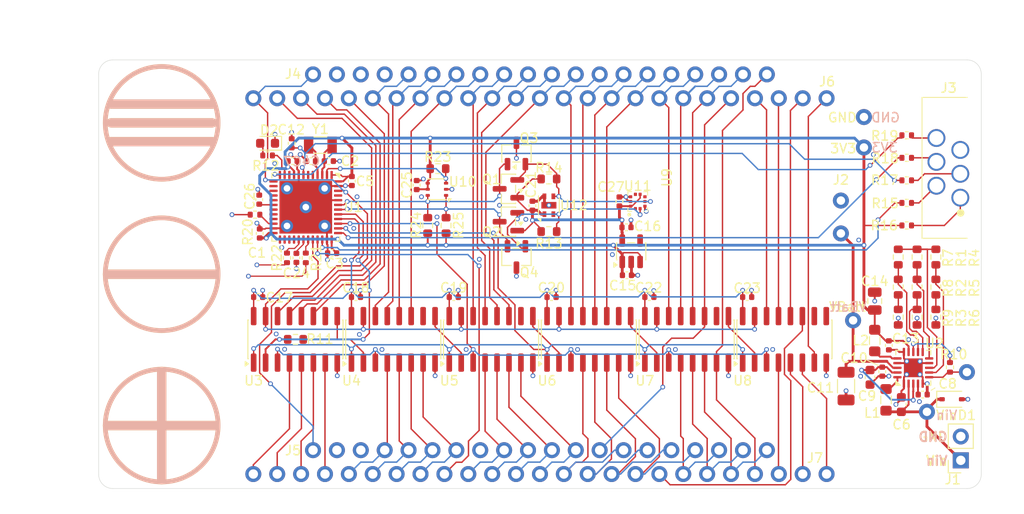
<source format=kicad_pcb>
(kicad_pcb (version 20241229) (generator "pcbnew") (generator_version "9.0")
  (layers (0 "F.Cu" signal) (4 "In1.Cu" signal) (6 "In2.Cu" signal) (2 "B.Cu" signal) (13 "F.Paste" user) (15 "B.Paste" user) (5 "F.SilkS" user "F.Silkscreen") (7 "B.SilkS" user "B.Silkscreen") (1 "F.Mask" user) (3 "B.Mask" user) (25 "Edge.Cuts" user))
  (net 0 "")
  (net 1 "GND")
  (net 2 "/DPWR")
  (net 3 "+3V3")
  (net 4 "/RESET")
  (net 5 "/TouchC")
  (net 6 "/Q5D")
  (net 7 "/Q2P")
  (net 8 "/Q6B")
  (net 9 "/COM")
  (net 10 "/Q1C")
  (net 11 "/Q3D")
  (net 12 "/Q1P")
  (net 13 "/Q5E")
  (net 14 "/Q4D")
  (net 15 "/Q3E")
  (net 16 "/Q3C")
  (net 17 "/Q5P")
  (net 18 "/Q4P")
  (net 19 "/Q2D")
  (net 20 "/Q4E")
  (net 21 "/Q5C")
  (net 22 "/Q6C")
  (net 23 "/Q3P")
  (net 24 "/Q1E")
  (net 25 "/Q2E")
  (net 26 "/Q4C")
  (net 27 "/Q1D")
  (net 28 "/Q6E")
  (net 29 "/Q6D")
  (net 30 "/Q2C")
  (net 31 "/Q5B")
  (net 32 "/COL1")
  (net 33 "/Q3B")
  (net 34 "/Q4F")
  (net 35 "/Q1B")
  (net 36 "/Q6F")
  (net 37 "/Q2B")
  (net 38 "/COL2")
  (net 39 "/Q2G")
  (net 40 "/Q4G")
  (net 41 "/Q1F")
  (net 42 "/Q5F")
  (net 43 "/Q3A")
  (net 44 "/Q6G")
  (net 45 "/Q4A")
  (net 46 "/Q1A")
  (net 47 "/Q5A")
  (net 48 "/Q1G")
  (net 49 "/Q5G")
  (net 50 "/Q3F")
  (net 51 "/Q6A")
  (net 52 "/Q2A")
  (net 53 "/Q3G")
  (net 54 "/Q2F")
  (net 55 "/Q4B")
  (net 58 "/Plus")
  (net 59 "/Minus")
  (net 60 "/MenuC")
  (net 61 "/SWDIO")
  (net 62 "/SWCLK")
  (net 63 "/SERTX")
  (net 64 "/SCL")
  (net 65 "/SDA")
  (net 66 "/DAT")
  (net 67 "/dRST")
  (net 68 "/STR")
  (net 69 "/CP")
  (net 73 "/dSWD")
  (net 74 "/Alert")
  (net 75 "/Vin")
  (net 76 "/VBatt")
  (net 77 "/dSWC")
  (net 78 "/D2")
  (net 79 "/D3")
  (net 80 "/D4")
  (net 81 "/D5")
  (net 82 "/D6")
  (net 83 "/d3V3")
  (net 84 "/PlusPad")
  (net 85 "/MinusPad")
  (net 86 "/ExtraPad")
  (net 87 "/OE")
  (net 88 "/White")
  (net 89 "/VRDIV")
  (net 90 "/VOUT_SET")
  (net 91 "/VBAT_OV")
  (net 92 "/OK_HYST")
  (net 93 "/OK_PROG")
  (net 94 "/VBatOK")
  (net 95 "/VStor")
  (net 96 "/dTX")
  (net 97 "/Menu")
  (net 100 "Net-(U1-PC14)")
  (net 101 "Net-(U1-PC15)")
  (net 102 "Net-(U2-VREF_SAMP)")
  (net 103 "+1V8")
  (net 104 "Net-(D2-A)")
  (net 109 "Net-(U2-LBOOST)")
  (net 110 "Net-(U2-LBUCK)")
  (net 111 "/SDAl")
  (net 112 "/SCLl")
  (net 113 "Net-(U2-VOUT_EN)")
  (net 114 "Net-(R5-Pad2)")
  (net 115 "Net-(R8-Pad2)")
  (footprint "Inductor_SMD:L_0805_2012Metric_Pad1.05x1.20mm_HandSolder" (layer "F.Cu") (at 186.8 109.5625 90)
    (property "Reference" "L1")
    (property "Value" "10u")
  )
  (footprint "Parts:ENS220" (layer "F.Cu") (at 160.4 88.45)
    (property "Reference" "U11")
    (property "Value" "ENS220")
  )
  (footprint "Capacitor_SMD:C_0402_1005Metric" (layer "F.Cu") (at 120.2 91.85 90)
    (property "Reference" "C1")
    (property "Value" "0u1")
  )
  (footprint "Capacitor_SMD:C_0805_2012Metric" (layer "F.Cu") (at 185.6 99.05 90)
    (property "Reference" "C14")
    (property "Value" "47u")
  )
  (footprint "Parts:TwoPin_P3.5mm" (layer "F.Cu") (at 182 90.1)
    (property "Reference" "J2")
    (property "Value" "CAP")
  )
  (footprint "Resistor_SMD:R_0402_1005Metric" (layer "F.Cu") (at 193.6 106.1 -90)
    (property "Reference" "R10")
    (property "Value" "100k")
  )
  (footprint "Capacitor_SMD:C_0402_1005Metric" (layer "F.Cu") (at 136.89 86.7 90)
    (property "Reference" "C25")
    (property "Value" "0u1")
  )
  (footprint "Resistor_SMD:R_0603_1608Metric" (layer "F.Cu") (at 190.1 97.5625 -90)
    (property "Reference" "R2")
    (property "Value" "6M2")
  )
  (footprint "Resistor_SMD:R_0402_1005Metric" (layer "F.Cu") (at 189 86.2 180)
    (property "Reference" "R17")
    (property "Value" "100")
  )
  (footprint "Capacitor_SMD:C_0402_1005Metric" (layer "F.Cu") (at 124.1 94.45 -90)
    (property "Reference" "C24")
    (property "Value" "330p")
  )
  (footprint "Capacitor_SMD:C_0402_1005Metric" (layer "F.Cu") (at 125.65 84.15 180)
    (property "Reference" "C4")
    (property "Value" "22p")
  )
  (footprint "Capacitor_SMD:C_0402_1005Metric" (layer "F.Cu") (at 127.55 84.15)
    (property "Reference" "C2")
    (property "Value" "22p")
  )
  (footprint "Capacitor_SMD:C_0402_1005Metric" (layer "F.Cu") (at 159.25 96.3)
    (property "Reference" "C15")
    (property "Value" "1u")
  )
  (footprint "Resistor_SMD:R_0402_1005Metric" (layer "F.Cu") (at 189 81.4 180)
    (property "Reference" "R19")
    (property "Value" "100")
  )
  (footprint "Capacitor_SMD:C_0402_1005Metric" (layer "F.Cu") (at 190.7 109)
    (property "Reference" "C8")
    (property "Value" "10n")
  )
  (footprint "Parts:Dummy" (layer "F.Cu") (at 119.9 95.2 -90)
    (property "Reference" "TP8" (hide yes))
    (property "Value" "TestPoint")
  )
  (footprint "Resistor_SMD:R_0603_1608Metric" (layer "F.Cu") (at 139.1525 84.95 180)
    (property "Reference" "R23")
    (property "Value" "10k")
  )
  (footprint "Capacitor_SMD:C_0402_1005Metric" (layer "F.Cu") (at 120.035 98.625)
    (property "Reference" "C17")
    (property "Value" "10n")
  )
  (footprint "Package_TO_SOT_SMD:SOT-23-5" (layer "F.Cu") (at 159.7 93.75 90)
    (property "Reference" "U9")
    (property "Value" "TPS7A0218DBV")
  )
  (footprint "Capacitor_SMD:C_0402_1005Metric" (layer "F.Cu") (at 130 86.27 -90)
    (property "Reference" "C5")
    (property "Value" "0u1")
  )
  (footprint "Resistor_SMD:R_0603_1608Metric" (layer "F.Cu") (at 190.1 100.7625 -90)
    (property "Reference" "R3")
    (property "Value" "3M9")
  )
  (footprint "Capacitor_SMD:C_0402_1005Metric" (layer "F.Cu") (at 159.2 91.2)
    (property "Reference" "C16")
    (property "Value" "1u")
  )
  (footprint "Capacitor_SMD:C_0402_1005Metric" (layer "F.Cu") (at 130.435 98.625)
    (property "Reference" "C18")
    (property "Value" "10n")
  )
  (footprint "Capacitor_SMD:C_0402_1005Metric" (layer "F.Cu") (at 151.235 98.625)
    (property "Reference" "C20")
    (property "Value" "10n")
  )
  (footprint "Capacitor_SMD:C_0402_1005Metric" (layer "F.Cu") (at 140.835 98.625)
    (property "Reference" "C19")
    (property "Value" "10n")
  )
  (footprint "Package_SO:SOIC-16_3.9x9.9mm_P1.27mm" (layer "F.Cu") (at 165.6 103.125 90)
    (property "Reference" "U7")
    (property "Value" "HEF4094B")
  )
  (footprint "Resistor_SMD:R_0603_1608Metric" (layer "F.Cu") (at 188.1 97.5625 -90)
    (property "Reference" "R8")
    (property "Value" "330k")
  )
  (footprint "Capacitor_SMD:C_0402_1005Metric" (layer "F.Cu") (at 158.45 88.45 90)
    (property "Reference" "C27")
    (property "Value" "0u1")
  )
  (footprint "Capacitor_SMD:C_0402_1005Metric" (layer "F.Cu") (at 172.035 98.625)
    (property "Reference" "C23")
    (property "Value" "10n")
  )
  (footprint "Capacitor_SMD:C_0402_1005Metric" (layer "F.Cu") (at 127.9 93.95 180)
    (property "Reference" "C3")
    (property "Value" "0u1")
  )
  (footprint "Resistor_SMD:R_0603_1608Metric" (layer "F.Cu") (at 138.065 91 -90)
    (property "Reference" "R24")
    (property "Value" "10k")
  )
  (footprint "Package_SO:SOIC-16_3.9x9.9mm_P1.27mm" (layer "F.Cu") (at 144.8 103.125 90)
    (property "Reference" "U5")
    (property "Value" "HEF4094B")
  )
  (footprint "Resistor_SMD:R_0603_1608Metric" (layer "F.Cu") (at 124 103.125)
    (property "Reference" "R11")
    (property "Value" "0")
  )
  (footprint "Parts:TestPoint" (layer "F.Cu") (at 195.4 106.61)
    (property "Reference" "TP2" (hide yes))
    (property "Value" "TestPoint_Probe")
  )
  (footprint "Package_DFN_QFN:AMS_QFN-4-1EP_2x2mm_P0.95mm_EP0.7x1.6mm" (layer "F.Cu") (at 150.95 88.85 90)
    (property "Reference" "U12")
    (property "Value" "ENS212")
  )
  (footprint "Parts:WSON-6-1EP_2x2mm_P0.65mm_NoEP" (layer "F.Cu") (at 139.04 87.15 180)
    (property "Reference" "U10")
    (property "Value" "TMP117xxDRV")
  )
  (footprint "LED_SMD:LED_0603_1608Metric" (layer "F.Cu") (at 121.0375 82.25 180)
    (property "Reference" "D2")
    (property "Value" "White")
  )
  (footprint "Resistor_SMD:R_0603_1608Metric" (layer "F.Cu") (at 192.1 97.5625 -90)
    (property "Reference" "R5")
    (property "Value" "430k")
  )
  (footprint "Diode_SMD:D_SOD-323" (layer "F.Cu") (at 193.8 109.5)
    (property "Reference" "D1")
    (property "Value" "5V1")
  )
  (footprint "Capacitor_SMD:C_0402_1005Metric" (layer "F.Cu") (at 187.1 103.7625 -90)
    (property "Reference" "C13")
    (property "Value" "1u")
  )
  (footprint "Capacitor_SMD:C_0402_1005Metric" (layer "F.Cu") (at 161.635 98.625)
    (property "Reference" "C22")
    (property "Value" "10n")
  )
  (footprint "Parts:QFN-20-1EP_3.5x3.5mm_P0.5mm_EP2x2mm" (layer "F.Cu") (at 189.7 106.1525 90)
    (property "Reference" "U2")
    (property "Value" "BQ25570")
  )
  (footprint "Capacitor_SMD:C_0402_1005Metric" (layer "F.Cu") (at 149.2 88.9 90)
    (property "Reference" "C21")
    (property "Value" "0u1")
  )
  (footprint "Parts:TestPoint" (layer "F.Cu") (at 183.3 101.1)
    (property "Reference" "TP3" (hide yes))
    (property "Value" "TestPoint_Probe")
  )
  (footprint "Package_TO_SOT_SMD:SOT-23" (layer "F.Cu") (at 146.65 90.6 180)
    (property "Reference" "Q2")
    (property "Value" "HL2300")
  )
  (footprint "Capacitor_SMD:C_0603_1608Metric" (layer "F.Cu") (at 188.43 110.0625 90)
    (property "Reference" "C6")
    (property "Value" "10u")
  )
  (footprint "Resistor_SMD:R_0603_1608Metric" (layer "F.Cu") (at 150.95 86.05 180)
    (property "Reference" "R14")
    (property "Value" "33k")
  )
  (footprint "Capacitor_SMD:C_1206_3216Metric" (layer "F.Cu") (at 182.55 108.1 90)
    (property "Reference" "C11")
    (property "Value" "100u")
  )
  (footprint "Package_TO_SOT_SMD:SOT-23-3" (layer "F.Cu") (at 147.5 94.35 -90)
    (property "Reference" "Q4")
    (property "Value" "JFET")
  )
  (footprint "Resistor_SMD:R_0402_1005Metric" (layer "F.Cu") (at 125.1 94.45 90)
    (property "Reference" "R21")
    (property "Value" "1k")
  )
  (footprint "Parts:QFN-48-1EP_7x7mm_P0.5mm_EP5.6x5.6mm" (layer "F.Cu") (at 125.1 89.0625 -90)
    (property "Reference" "U1")
    (property "Value" "STM32U031C8Ux")
  )
  (footprint "Resistor_SMD:R_0402_1005Metric" (layer "F.Cu") (at 189 88.6)
    (property "Reference" "R15")
    (property "Value" "100")
  )
  (footprint "Inductor_SMD:L_0805_2012Metric_Pad1.05x1.20mm_HandSolder" (layer "F.Cu") (at 185.6 103.25 90)
    (property "Reference" "L2")
    (property "Value" "22u")
  )
  (footprint "Parts:TestPoint" (layer "F.Cu") (at 184.45 79.46)
    (property "Reference" "TP5" (hide yes))
    (property "Value" "TestPoint_Probe")
  )
  (footprint "Resistor_SMD:R_0402_1005Metric" (layer "F.Cu") (at 123.1 94.45 90)
    (property "Reference" "R22")
    (property "Value" "1k")
  )
  (footprint "Parts:Skedd6" (layer "F.Cu") (at 193.43 84.865 180)
    (property "Reference" "J3")
    (property "Value" "Skedd")
  )
  (footprint "Package_TO_SOT_SMD:SOT-23-3" (layer "F.Cu") (at 147.5 83.3375 90)
    (property "Reference" "Q3")
    (property "Value" "JFET")
  )
  (footprint "Resistor_SMD:R_0603_1608Metric" (layer "F.Cu") (at 192.1 94.3625 -90)
    (property "Reference" "R4")
    (property "Value" "5M1")
  )
  (footprint "Connector_PinSocket_2.54mm:PinSocket_1x02_P2.54mm_Vertical" (layer "F.Cu") (at 194.75 116 180)
    (property "Reference" "J1")
    (property "Value" "Power")
  )
  (footprint "Package_SO:SOIC-16_3.9x9.9mm_P1.27mm" (layer "F.Cu") (at 176 103.125 90)
    (property "Reference" "U8")
    (property "Value" "HEF4094B")
  )
  (footprint "Capacitor_SMD:C_0402_1005Metric" (layer "F.Cu") (at 123.7 84.15)
    (property "Reference" "C7")
    (property "Value" "0u1")
  )
  (footprint "Capacitor_SMD:C_0402_1005Metric" (layer "F.Cu") (at 120.15 88.25 90)
    (property "Reference" "C26")
    (property "Value" "330p")
  )
  (footprint "Resistor_SMD:R_0402_1005Metric" (layer "F.Cu") (at 121.0375 83.55 180)
    (property "Reference" "R12")
    (property "Value" "1k")
  )
  (footprint "Package_SO:SOIC-16_3.9x9.9mm_P1.27mm" (layer "F.Cu") (at 124 103.125 90)
    (property "Reference" "U3")
    (property "Value" "HEF4094B")
  )
  (footprint "Parts:TestPoint" (layer "F.Cu") (at 191.15 110.8375 90)
    (property "Reference" "TP1" (hide yes))
    (property "Value" "TestPoint_Probe")
  )
  (footprint "Package_SO:SOIC-16_3.9x9.9mm_P1.27mm" (layer "F.Cu") (at 134.4 103.125 90)
    (property "Reference" "U4")
    (property "Value" "HEF4094B")
  )
  (footprint "Resistor_SMD:R_0603_1608Metric" (layer "F.Cu") (at 140.015 91 -90)
    (property "Reference" "R25")
    (property "Value" "10k")
  )
  (footprint "Resistor_SMD:R_0603_1608Metric" (layer "F.Cu") (at 190.1 94.3625 -90)
    (property "Reference" "R1")
    (property "Value" "634k")
  )
  (footprint "Resistor_SMD:R_0402_1005Metric" (layer "F.Cu") (at 119.7 89.85)
    (property "Reference" "R20")
    (property "Value" "1k")
  )
  (footprint "Package_SO:SOIC-16_3.9x9.9mm_P1.27mm" (layer "F.Cu") (at 155.2 103.125 90)
    (property "Reference" "U6")
    (property "Value" "HEF4094B")
  )
  (footprint "Parts:TestPoint" (layer "F.Cu") (at 184.45 82.7)
    (property "Reference" "TP4" (hide yes))
    (property "Value" "TestPoint_Probe")
  )
  (footprint "Resistor_SMD:R_0603_1608Metric" (layer "F.Cu") (at 188.1 94.3625 -90)
    (property "Reference" "R7")
    (property "Value" "6M8")
  )
  (footprint "Capacitor_SMD:C_0603_1608Metric" (layer "F.Cu") (at 185.1 107.1625 90)
    (property "Reference" "C9")
    (property "Value" "10u")
  )
  (footprint "Parts:Dummy" (layer "F.Cu") (at 119 96.4 -90)
    (property "Reference" "TP7" (hide yes))
    (property "Value" "TestPoint")
  )
  (footprint "Package_TO_SOT_SMD:SOT-23" (layer "F.Cu") (at 146.65 87.1 180)
    (property "Reference" "Q1")
    (property "Value" "HL2300")
  )
  (footprint "Resistor_SMD:R_0402_1005Metric" (layer "F.Cu") (at 189 91 180)
    (property "Reference" "R16")
    (property "Value" "100")
  )
  (footprint "Capacitor_SMD:C_0402_1005Metric" (layer "F.Cu") (at 123.6 82.25 90)
    (property "Reference" "C12")
    (property "Value" "10n")
  )
  (footprint "Capacitor_SMD:C_0402_1005Metric" (layer "F.Cu") (at 186.4 106.5625 90)
    (property "Reference" "C10")
    (property "Value" "10n")
  )
  (footprint "Resistor_SMD:R_0603_1608Metric" (layer "F.Cu") (at 188.1 100.7625 -90)
    (property "Reference" "R9")
    (property "Value" "3M6")
  )
  (footprint "Resistor_SMD:R_0603_1608Metric" (layer "F.Cu") (at 192.1 100.7625 -90)
    (property "Reference" "R6")
    (property "Value" "3M9")
  )
  (footprint "Resistor_SMD:R_0603_1608Metric" (layer "F.Cu") (at 150.95 91.65 180)
    (property "Reference" "R13")
    (property "Value" "33k")
  )
  (footprint "Resistor_SMD:R_0402_1005Metric" (layer "F.Cu") (at 189 83.8 180)
    (property "Reference" "R18")
    (property "Value" "100")
  )
  (footprint "Crystal:Crystal_SMD_3215-2Pin_3.2x1.5mm" (layer "F.Cu") (at 126.65 82.45)
    (property "Reference" "Y1")
    (property "Value" "32768Hz")
  )
  (footprint "Parts:PinSocket_1x20_P2.54mm_Vertical" (layer "B.Cu") (at 125.87 114.92 -90)
    (property "Reference" "J5")
    (property "Value" "Top 40 pin")
  )
  (footprint "Parts:PinHeader_1x25_P2.54mm_Vertical" (layer "B.Cu") (at 119.52 117.46 -90)
    (property "Reference" "J7")
    (property "Value" "Top 50 pin")
  )
  (footprint "Parts:Dummy" (layer "B.Cu") (at 117.25 89.86 -90)
    (property "Reference" "TP6" (hide yes))
    (property "Value" "TestPoint")
  )
  (footprint "Parts:PinHeader_1x25_P2.54mm_Vertical" (layer "B.Cu") (at 119.52 77.46 -90)
    (property "Reference" "J6")
    (property "Value" "Bot 50 pin")
  )
  (footprint "Parts:PinSocket_1x20_P2.54mm_Vertical" (layer "B.Cu") (at 125.87 74.92 -90)
    (property "Reference" "J4")
    (property "Value" "Bot 40 pin")
  )
  (gr_line (start 104.4 80.08) (end 115.15 80.08) (stroke (width 1)) (layer "F.SilkS"))
  (gr_line (start 109.775 118.05) (end 109.775 106.55) (stroke (width 1)) (layer "F.SilkS"))
  (gr_line (start 104.4 78.08) (end 115.15 78.08) (stroke (width 1)) (layer "F.SilkS"))
  (gr_line (start 104.4 82.08) (end 115.15 82.08) (stroke (width 1)) (layer "F.SilkS"))
  (gr_line (start 104.025 112.3) (end 115.525 112.3) (stroke (width 1)) (layer "F.SilkS"))
  (gr_circle (center 109.775 96.19) (end 115.775 96.19) (stroke (width 0.5)) (fill no) (layer "F.SilkS"))
  (gr_circle (center 109.775 80.08) (end 115.775 80.08) (stroke (width 0.5)) (fill no) (layer "F.SilkS"))
  (gr_line (start 191.61 108.54) (end 192 108.3) (stroke (width 0.1)) (layer "F.SilkS"))
  (gr_circle (center 109.775 112.3) (end 115.775 112.3) (stroke (width 0.5)) (fill no) (layer "F.SilkS"))
  (gr_line (start 184.8 105.35) (end 186 105.9) (stroke (width 0.1)) (layer "F.SilkS"))
  (gr_line (start 104.025 96.19) (end 115.525 96.19) (stroke (width 1)) (layer "F.SilkS"))
  (gr_line (start 104.4 82.08) (end 115.15 82.08) (stroke (width 1)) (layer "B.SilkS"))
  (gr_line (start 104.4 78.08) (end 115.15 78.08) (stroke (width 1)) (layer "B.SilkS"))
  (gr_circle (center 109.775 96.19) (end 115.775 96.19) (stroke (width 0.5)) (fill no) (layer "B.SilkS"))
  (gr_line (start 109.775 118.05) (end 109.775 106.55) (stroke (width 1)) (layer "B.SilkS"))
  (gr_circle (center 109.775 112.3) (end 115.775 112.3) (stroke (width 0.5)) (fill no) (layer "B.SilkS"))
  (gr_line (start 104.4 80.08) (end 115.15 80.08) (stroke (width 1)) (layer "B.SilkS"))
  (gr_line (start 104.025 112.3) (end 115.525 112.3) (stroke (width 1)) (layer "B.SilkS"))
  (gr_line (start 104.025 96.19) (end 115.525 96.19) (stroke (width 1)) (layer "B.SilkS"))
  (gr_circle (center 109.775 80.08) (end 115.775 80.08) (stroke (width 0.5)) (fill no) (layer "B.SilkS"))
  (gr_line (start 195.425 119) (end 104.575 119) (stroke (width 0.05)) (layer "Edge.Cuts"))
  (gr_arc (start 104.575 119) (mid 103.51434 118.56066) (end 103.075 117.5) (stroke (width 0.05)) (layer "Edge.Cuts"))
  (gr_line (start 196.925 74.88) (end 196.925 117.5) (stroke (width 0.05)) (layer "Edge.Cuts"))
  (gr_line (start 104.575 73.38) (end 195.425 73.38) (stroke (width 0.05)) (layer "Edge.Cuts"))
  (gr_arc (start 195.425 73.38) (mid 196.48566 73.81934) (end 196.925 74.88) (stroke (width 0.05)) (layer "Edge.Cuts"))
  (gr_line (start 103.075 117.5) (end 103.075 74.88) (stroke (width 0.05)) (layer "Edge.Cuts"))
  (gr_arc (start 103.075 74.88) (mid 103.51434 73.81934) (end 104.575 73.38) (stroke (width 0.05)) (layer "Edge.Cuts"))
  (gr_arc (start 196.925 117.5) (mid 196.48566 118.56066) (end 195.425 119) (stroke (width 0.05)) (layer "Edge.Cuts"))
  (gr_text "VBatt" (at 180.65 100.25 0) (layer "F.SilkS") (effects (font (size 1 1)) (justify left bottom)))
  (gr_text "GND" (at 182.15 80.1 -0) (layer "F.SilkS") (effects (font (size 1 1)) (justify bottom)))
  (gr_text "Vin" (at 193.45 116.05 0) (layer "F.SilkS") (effects (font (size 1 1) (thickness 0.2) (bold yes)) (justify right)))
  (gr_text "GND" (at 193.45 113.51 0) (layer "F.SilkS") (effects (font (size 1 1) (thickness 0.2) (bold yes)) (justify right)))
  (gr_text "3V3" (at 182.25 83.4 0) (layer "F.SilkS") (effects (font (size 1 1)) (justify bottom)))
  (gr_text "Vin\n" (at 193.25 111.2 0) (layer "F.SilkS") (effects (font (size 1 1))))
  (gr_text "GND" (at 186.75 80.1 0) (layer "B.SilkS") (effects (font (size 1 1)) (justify bottom mirror)))
  (gr_text "VBatt" (at 184.85 100.25 -0) (layer "B.SilkS") (effects (font (size 1 1)) (justify left bottom mirror)))
  (gr_text "Vin\n" (at 193.25 111.2 -0) (layer "B.SilkS") (effects (font (size 1 1)) (justify mirror)))
  (gr_text "Vin" (at 193.45 116.05 0) (layer "B.SilkS") (effects (font (size 1 1) (thickness 0.2) (bold yes)) (justify left mirror)))
  (gr_text "GND" (at 193.45 113.51 0) (layer "B.SilkS") (effects (font (size 1 1) (thickness 0.2) (bold yes)) (justify left mirror)))
  (gr_text "3V3" (at 186.65 83.3 -0) (layer "B.SilkS") (effects (font (size 1 1)) (justify bottom mirror)))
  (segment (start 120 87.15) (end 120.15 87.3) (width 0.15) (layer "F.Cu") (net 1))
  (segment (start 147.5 82.2625) (end 147.5 83.85) (width 0.15) (layer "F.Cu") (net 1))
  (segment (start 149.245 106.995) (end 149.25 107) (width 0.15) (layer "F.Cu") (net 1))
  (segment (start 188.0125 105.6525) (end 189.2 105.6525) (width 0.2) (layer "F.Cu") (net 1))
  (segment (start 120.2 91.37) (end 120.78 91.37) (width 0.15) (layer "F.Cu") (net 1))
  (segment (start 187.1 107.0425) (end 186.4 107.0425) (width 0.2) (layer "F.Cu") (net 1))
  (segment (start 159.73 96.3) (end 160.4 96.3) (width 0.3) (layer "F.Cu") (net 1))
  (segment (start 161.1625 88.95) (end 161.1625 89.3625) (width 0.2) (layer "F.Cu") (net 1))
  (segment (start 137.34 86.21) (end 136.9 86.21) (width 0.2) (layer "F.Cu") (net 1))
  (segment (start 149.2 88.42) (end 149.755 88.42) (width 0.3) (layer "F.Cu") (net 1))
  (segment (start 138.85 107) (end 138.845 106.995) (width 0.15) (layer "F.Cu") (net 1))
  (segment (start 127.35 92.4875) (end 127.35 91.3) (width 0.2) (layer "F.Cu") (net 1))
  (segment (start 159.6375 87.95) (end 159.15 87.95) (width 0.2) (layer "F.Cu") (net 1))
  (segment (start 191.18 109) (end 191.18 107.84) (width 0.3) (layer "F.Cu") (net 1))
  (segment (start 188.7 108.3625) (end 188.43 108.6325) (width 0.2) (layer "F.Cu") (net 1))
  (segment (start 124.35 85.175001) (end 124.18 85.005001) (width 0.2) (layer "F.Cu") (net 1))
  (segment (start 128.5375 88.3125) (end 125.85 88.3125) (width 0.2) (layer "F.Cu") (net 1))
  (segment (start 170.045 105.6) (end 170.045 106.995) (width 0.15) (layer "F.Cu") (net 1))
  (segment (start 121.6625 91.3) (end 122.85 91.3) (width 0.2) (layer "F.Cu") (net 1))
  (segment (start 192.1 101.5875) (end 192.1 100.8625) (width 0.15) (layer "F.Cu") (net 1))
  (segment (start 188.7 107.84) (end 188.7 108.3625) (width 0.2) (layer "F.Cu") (net 1))
  (segment (start 162.1 98.635) (end 162.1 97.95) (width 0.2) (layer "F.Cu") (net 1))
  (segment (start 182.55 109.575) (end 182.55 108.6) (width 0.3) (layer "F.Cu") (net 1))
  (segment (start 127.42 94.63) (end 127.4 94.65) (width 0.2) (layer "F.Cu") (net 1))
  (segment (start 149.755 88.42) (end 150.275 87.9) (width 0.3) (layer "F.Cu") (net 1))
  (segment (start 120.85 91.3) (end 121.6625 91.3) (width 0.15) (layer "F.Cu") (net 1))
  (segment (start 188.7 107.84) (end 188.7 107.1525) (width 0.2) (layer "F.Cu") (net 1))
  (segment (start 187.85 110.05) (end 188.43 109.47) (width 0.2) (layer "F.Cu") (net 1))
  (segment (start 127.35 93) (end 127.42 93.07) (width 0.2) (layer "F.Cu") (net 1))
  (segment (start 158.97 87.97) (end 158.45 87.97) (width 0.2) (layer "F.Cu") (net 1))
  (segment (start 124.18 84.13) (end 123.5 83.45) (width 0.2) (layer "F.Cu") (net 1))
  (segment (start 141.3 98.6) (end 141.3 97.915) (width 0.2) (layer "F.Cu") (net 1))
  (segment (start 170.045 106.995) (end 170.05 107) (width 0.15) (layer "F.Cu") (net 1))
  (segment (start 161.1625 89.3625) (end 161.3 89.5) (width 0.2) (layer "F.Cu") (net 1))
  (segment (start 120.15 87.3) (end 120.15 87.77) (width 0.15) (layer "F.Cu") (net 1))
  (segment (start 129.15 86.8) (end 128.55 86.8) (width 0.2) (layer "F.Cu") (net 1))
  (segment (start 147.5 95.2875) (end 147.5 96.4) (width 0.15) (layer "F.Cu") (net 1))
  (segment (start 120.2 91.05) (end 120.2 91.37) (width 0.2) (layer "F.Cu") (net 1))
  (segment (start 120.515 97.9) (end 120.515 98.625) (width 0.15) (layer "F.Cu") (net 1))
  (segment (start 180.445 105.6) (end 180.445 107) (width 0.15) (layer "F.Cu") (net 1))
  (segment (start 159.6375 88.45) (end 159.45 88.45) (width 0.2) (layer "F.Cu") (net 1))
  (segment (start 125.17 84.12) (end 124.5 83.45) (width 0.2) (layer "F.Cu") (net 1))
  (segment (start 190.7 107.1525) (end 189.7 106.1525) (width 0.2) (layer "F.Cu") (net 1))
  (segment (start 194.85 109.5) (end 195.5 109.5) (width 0.3) (layer "F.Cu") (net 1))
  (segment (start 137.6 86.05) (end 137.5 86.05) (width 0.2) (layer "F.Cu") (net 1))
  (segment (start 127.35 92.4875) (end 127.35 93) (width 0.2) (layer "F.Cu") (net 1))
  (segment (start 185.995 107.0425) (end 185.1 107.9375) (width 0.2) (layer "F.Cu") (net 1))
  (segment (start 149.245 105.6) (end 149.245 106.995) (width 0.15) (layer "F.Cu") (net 1))
  (segment (start 188.7 105.1525) (end 189.005 105.4575) (width 0.2) (layer "F.Cu") (net 1))
  (segment (start 128.525 86.8) (end 127.35 86.8) (width 0.2) (layer "F.Cu") (net 1))
  (segment (start 188.7 104.465) (end 188.2025 104.465) (width 0.2) (layer "F.Cu") (net 1))
  (segment (start 137.5 86.05) (end 137.34 86.21) (width 0.2) (layer "F.Cu") (net 1))
  (segment (start 186.4 107.0425) (end 185.995 107.0425) (width 0.2) (layer "F.Cu") (net 1))
  (segment (start 129.308114 86.774342) (end 129.975658 86.774342) (width 0.15) (layer "F.Cu") (net 1))
  (segment (start 159.45 88.45) (end 158.97 87.97) (width 0.2) (layer "F.Cu") (net 1))
  (segment (start 128.03 84.15) (end 128.7 84.15) (width 0.15) (layer "F.Cu") (net 1))
  (segment (start 151.715 98.625) (end 151.715 97.9) (width 0.2) (layer "F.Cu") (net 1))
  (segment (start 130.9 97.9) (end 130.9 98.61) (width 0.2) (layer "F.Cu") (net 1))
  (segment (start 150.475 87.9) (end 150.475 88.725) (width 0.3) (layer "F.Cu") (net 1))
  (segment (start 188.2025 104.465) (end 187.98 104.2425) (width 0.2) (layer "F.Cu") (net 1))
  (segment (start 150.275 87.9) (end 150.475 87.9) (width 0.3) (layer "F.Cu") (net 1))
  (segment (start 127.42 93.07) (end 127.42 93.95) (width 0.2) (layer "F.Cu") (net 1))
  (segment (start 188.43 108.6325) (end 188.43 109.2875) (width 0.2) (layer "F.Cu") (net 1))
  (segment (start 119.9 90.75) (end 120.2 91.05) (width 0.2) (layer "F.Cu") (net 1))
  (segment (start 138.845 106.995) (end 138.845 105.6) (width 0.15) (layer "F.Cu") (net 1))
  (segment (start 124.35 85.6125) (end 124.35 88.3) (width 0.2) (layer "F.Cu") (net 1))
  (segment (start 188.7 107.1525) (end 189.195 106.6575) (width 0.2) (layer "F.Cu") (net 1))
  (segment (start 172.5 98.6) (end 172.5 97.915) (width 0.2) (layer "F.Cu") (net 1))
  (segment (start 190.7 107.84) (end 190.7 107.1525) (width 0.2) (layer "F.Cu") (net 1))
  (segment (start 124.1 94.93) (end 124.1 95.6) (width 0.125) (layer "F.Cu") (net 1))
  (segment (start 123.6 81.77) (end 123.6 81.1) (width 0.2) (layer "F.Cu") (net 1))
  (segment (start 124.18 85.005001) (end 124.18 84.15) (width 0.2) (layer "F.Cu") (net 1))
  (segment (start 159.645 105.6) (end 159.645 107) (width 0.15) (layer "F.Cu") (net 1))
  (segment (start 187.98 104.2425) (end 187.1 104.2425) (width 0.2) (layer "F.Cu") (net 1))
  (segment (start 128.445 105.6) (end 128.445 107) (width 0.15) (layer "F.Cu") (net 1))
  (segment (start 185.6 99.05) (end 185.6 98.1) (width 0.2) (layer "F.Cu") (net 1))
  (segment (start 188.1 100.8625) (end 188.1 101.577884) (width 0.15) (layer "F.Cu") (net 1))
  (segment (start 140.015 87.15) (end 140.64 87.15) (width 0.2) (layer "F.Cu") (net 1))
  (segment (start 190.1 101.5875) (end 190.1 100.8625) (width 0.15) (layer "F.Cu") (net 1))
  (segment (start 124.35 85.6125) (end 124.35 85.175001) (width 0.2) (layer "F.Cu") (net 1))
  (segment (start 121.825 81.375) (end 121.825 82.25) (width 0.15) (layer "F.Cu") (net 1))
  (segment (start 190.7 107.84) (end 191.18 107.84) (width 0.2) (layer "F.Cu") (net 1))
  (segment (start 127.42 93.95) (end 127.42 94.63) (width 0.2) (layer "F.Cu") (net 1))
  (segment (start 188.7 104.465) (end 188.7 105.1525) (width 0.2) (layer "F.Cu") (net 1))
  (segment (start 191.3875 105.6525) (end 190.2 105.6525) (width 0.2) (layer "F.Cu") (net 1))
  (segment (start 159.68 91.2) (end 159.68 90.43) (width 0.3) (layer "F.Cu") (net 1))
  (segment (start 120.78 91.37) (end 120.85 91.3) (width 0.15) (layer "F.Cu") (net 1))
  (segment (start 159.15 87.95) (end 158.47 87.95) (width 0.2) (layer "F.Cu") (net 1))
  (segment (start 159.73 96.3) (end 159.73 94.9175) (width 0.3) (layer "F.Cu") (net 1))
  (via (at 128.445 107) (size 0.5) (drill 0.3) (layers "F.Cu" "B.Cu") (net 1))
  (via (at 195.5 109.5) (size 0.5) (drill 0.3) (layers "F.Cu" "B.Cu") (net 1))
  (via (at 162.1 97.935) (size 0.5) (drill 0.3) (layers "F.Cu" "B.Cu") (net 1))
  (via (at 125.1 89.05) (size 1.3) (drill 0.7) (layers "F.Cu" "B.Cu") (net 1))
  (via (at 157.7 94.1) (size 0.5) (drill 0.3) (layers "F.Cu" "B.Cu") (net 1))
  (via (at 143.55 94.6) (size 0.5) (drill 0.3) (layers "F.Cu" "B.Cu") (net 1))
  (via (at 159.15 87.95) (size 0.5) (drill 0.3) (layers "F.Cu" "B.Cu") (net 1))
  (via (at 172.5 97.9) (size 0.5) (drill 0.3) (layers "F.Cu" "B.Cu") (net 1))
  (via (at 147.5 83.85) (size 0.5) (drill 0.3) (layers "F.Cu" "B.Cu") (net 1))
  (via (at 140.64 87.15) (size 0.5) (drill 0.3) (layers "F.Cu" "B.Cu") (net 1))
  (via (at 121.825 81.3) (size 0.5) (drill 0.3) (layers "F.Cu" "B.Cu") (net 1))
  (via (at 142.15 104.2) (size 0.5) (drill 0.3) (layers "F.Cu" "B.Cu") (net 1))
  (via (at 187.85 110.05) (size 0.5) (drill 0.3) (layers "F.Cu" "B.Cu") (net 1))
  (via (at 138.85 107) (size 0.5) (drill 0.3) (layers "F.Cu" "B.Cu") (net 1))
  (via (at 149.25 107) (size 0.5) (drill 0.3) (layers "F.Cu" "B.Cu") (net 1))
  (via (at 122.55 93.35) (size 0.5) (drill 0.3) (layers "F.Cu" "B.Cu") (net 1))
  (via (at 139.05 90.1) (size 0.5) (drill 0.3) (layers "F.Cu" "B.Cu") (net 1))
  (via (at 137.6 86.05) (size 0.5) (drill 0.3) (layers "F.Cu" "B.Cu") (net 1))
  (via (at 190.35 109.75) (size 0.5) (drill 0.3) (layers "F.Cu" "B.Cu") (net 1))
  (via (at 161.3 89.5) (size 0.5) (drill 0.3) (layers "F.Cu" "B.Cu") (net 1))
  (via (at 188.1 100.8625) (size 0.5) (drill 0.3) (layers "F.Cu" "B.Cu") (net 1))
  (via (at 123.1 87.05) (size 1.3) (drill 0.7) (layers "F.Cu" "B.Cu") (net 1))
  (via (at 130.8 102.6) (size 0.5) (drill 0.3) (layers "F.Cu" "B.Cu") (net 1))
  (via (at 184.1 107.05) (size 0.5) (drill 0.3) (layers "F.Cu" "B.Cu") (net 1))
  (via (at 154 104.2) (size 0.5) (drill 0.3) (layers "F.Cu" "B.Cu") (net 1))
  (via (at 119.9 90.75) (size 0.5) (drill 0.3) (layers "F.Cu" "B.Cu") (net 1))
  (via (at 127.1 87.05) (size 1.3) (drill 0.7) (layers "F.Cu" "B.Cu") (net 1))
  (via (at 120 87.15) (size 0.5) (drill 0.3) (layers "F.Cu" "B.Cu") (net 1))
  (via (at 174.75 104.2) (size 0.5) (drill 0.3) (layers "F.Cu" "B.Cu") (net 1))
  (via (at 129.308114 86.774342) (size 0.5) (drill 0.3) (layers "F.Cu" "B.Cu") (net 1))
  (via (at 159.68 90.42) (size 0.5) (drill 0.3) (layers "F.Cu" "B.Cu") (net 1))
  (via (at 187.1 107.0425) (size 0.5) (drill 0.3) (layers "F.Cu" "B.Cu") (net 1))
  (via (at 129.25 94.7) (size 0.5) (drill 0.3) (layers "F.Cu" "B.Cu") (net 1))
  (via (at 127.1 91.05) (size 1.3) (drill 0.7) (layers "F.Cu" "B.Cu") (net 1))
  (via (at 194.551859 104.164709) (size 0.5) (drill 0.3) (layers "F.Cu" "B.Cu") (net 1))
  (via (at 128.7 84.15) (size 0.5) (drill 0.3) (layers "F.Cu" "B.Cu") (net 1))
  (via (at 122.85 104.175) (size 0.5) (drill 0.3) (layers "F.Cu" "B.Cu") (net 1))
  (via (at 189.2 103.15) (size 0.5) (drill 0.3) (layers "F.Cu" "B.Cu") (net 1))
  (via (at 190.1 100.8625) (size 0.5) (drill 0.3) (layers "F.Cu" "B.Cu") (net 1))
  (via (at 185.6 99.05) (size 0.5) (drill 0.3) (layers "F.Cu" "B.Cu") (net 1))
  (via (at 188.995 106.8575) (size 0.5) (drill 0.3) (layers "F.Cu" "B.Cu") (net 1))
  (via (at 190.4 105.4625) (size 0.5) (drill 0.3) (layers "F.Cu" "B.Cu") (net 1))
  (via (at 180.445 107) (size 0.5) (drill 0.3) (layers "F.Cu" "B.Cu") (net 1))
  (via (at 185.45 83.45) (size 0.5) (drill 0.3) (layers "F.Cu" "B.Cu") (net 1))
  (via (at 183.9 92.55) (size 0.5) (drill 0.3) (layers "F.Cu" "B.Cu") (net 1))
  (via (at 124.1 95.6) (size 0.5) (drill 0.3) (layers "F.Cu" "B.Cu") (net 1))
  (via (at 151.715 97.9) (size 0.5) (drill 0.3) (layers "F.Cu" "B.Cu") (net 1))
  (via (at 121.8 84.4) (size 0.5) (drill 0.3) (layers "F.Cu" "B.Cu") (net 1))
  (via (at 147.5 96.4) (size 0.5) (drill 0.3) (layers "F.Cu" "B.Cu") (net 1))
  (via (at 164.4 104.2) (size 0.5) (drill 0.3) (layers "F.Cu" "B.Cu") (net 1))
  (via (at 145.7 88.85) (size 0.5) (drill 0.3) (layers "F.Cu" "B.Cu") (net 1))
  (via (at 189.005 105.4575) (size 0.5) (drill 0.3) (layers "F.Cu" "B.Cu") (net 1))
  (via (at 137.4 87.95) (size 0.5) (drill 0.3) (layers "F.Cu" "B.Cu") (net 1))
  (via (at 190.4 106.8625) (size 0.5) (drill 0.3) (layers "F.Cu" "B.Cu") (net 1))
  (via (at 182.55 108.6) (size 0.5) (drill 0.3) (layers "F.Cu" "B.Cu") (net 1))
  (via (at 159.645 107) (size 0.5) (drill 0.3) (layers "F.Cu" "B.Cu") (net 1))
  (via (at 130.9 97.9) (size 0.5) (drill 0.3) (layers "F.Cu" "B.Cu") (net 1))
  (via (at 120.515 97.9) (size 0.5) (drill 0.3) (layers "F.Cu" "B.Cu") (net 1))
  (via (at 130.55 87.95) (size 0.5) (drill 0.3) (layers "F.Cu" "B.Cu") (net 1))
  (via (at 170.05 107) (size 0.5) (drill 0.3) (layers "F.Cu" "B.Cu") (net 1))
  (via (at 160.4 96.3) (size 0.5) (drill 0.3) (layers "F.Cu" "B.Cu") (net 1))
  (via (at 123.5 83.45) (size 0.5) (drill 0.3) (layers "F.Cu" "B.Cu") (net 1))
  (via (at 124.5 83.45) (size 0.5) (drill 0.3) (layers "F.Cu" "B.Cu") (net 1))
  (via (at 191.18 107.84) (size 0.5) (drill 0.3) (layers "F.Cu" "B.Cu") (net 1))
  (via (at 192.1 100.8625) (size 0.5) (drill 0.3) (layers "F.Cu" "B.Cu") (net 1))
  (via (at 123.6 81.1) (size 0.5) (drill 0.3) (layers "F.Cu" "B.Cu") (net 1))
  (via (at 121.95 102.55) (size 0.5) (drill 0.3) (layers "F.Cu" "B.Cu") (net 1))
  (via (at 133.2 104.2) (size 0.5) (drill 0.3) (layers "F.Cu" "B.Cu") (net 1))
  (via (at 141.3 97.9) (size 0.5) (drill 0.3) (layers "F.Cu" "B.Cu") (net 1))
  (via (at 150.95 88.85) (size 0.5) (drill 0.3) (layers "F.Cu" "B.Cu") (net 1))
  (via (at 148.5 90.35) (size 0.5) (drill 0.3) (layers "F.Cu" "B.Cu") (net 1))
  (via (at 123.1 91.05) (size 1.3) (drill 0.7) (layers "F.Cu" "B.Cu") (net 1))
  (via (at 127.4 94.65) (size 0.5) (drill 0.3) (layers "F.Cu" "B.Cu") (net 1))
  (via (at 130.206053 91.307567) (size 0.5) (drill 0.3) (layers "F.Cu" "B.Cu") (net 1))
  (segment (start 119.555 100.65) (end 119.555 98.625) (width 0.15) (layer "F.Cu") (net 2))
  (segment (start 140.355 100.65) (end 140.355 97.9) (width 0.15) (layer "F.Cu") (net 2))
  (segment (start 161.155 100.65) (end 161.155 97.9) (width 0.15) (layer "F.Cu") (net 2))
  (segment (start 130.75 90.75) (end 130.3 90.3) (width 0.15) (layer "F.Cu") (net 2))
  (segment (start 129.955 97.9) (end 129.955 99.729322) (width 0.15) (layer "F.Cu") (net 2))
  (segment (start 150.755 100.65) (end 150.755 97.9) (width 0.15) (layer "F.Cu") (net 2))
  (segment (start 129.955 94.7) (end 130.75 93.905) (width 0.15) (layer "F.Cu") (net 2))
  (segment (start 130.75 93.905) (end 130.75 90.75) (width 0.15) (layer "F.Cu") (net 2))
  (segment (start 130.3 90.3) (end 128.5375 90.3) (width 0.15) (layer "F.Cu") (net 2))
  (segment (start 119.555 98.625) (end 119.555 97.9) (width 0.15) (layer "F.Cu") (net 2))
  (segment (start 129.955 99.729322) (end 130.101 99.875322) (width 0.15) (layer "F.Cu") (net 2))
  (segment (start 171.555 100.65) (end 171.555 97.9) (width 0.15) (layer "F.Cu") (net 2))
  (via (at 171.555 97.9) (size 0.5) (drill 0.3) (layers "F.Cu" "B.Cu") (net 2))
  (via (at 150.755 97.9) (size 0.5) (drill 0.3) (layers "F.Cu" "B.Cu") (net 2))
  (via (at 140.355 97.9) (size 0.5) (drill 0.3) (layers "F.Cu" "B.Cu") (net 2))
  (via (at 161.155 97.9) (size 0.5) (drill 0.3) (layers "F.Cu" "B.Cu") (net 2))
  (via (at 129.955 97.9) (size 0.5) (drill 0.3) (layers "F.Cu" "B.Cu") (net 2))
  (via (at 119.555 97.9) (size 0.5) (drill 0.3) (layers "F.Cu" "B.Cu") (net 2))
  (via (at 129.955 94.7) (size 0.5) (drill 0.3) (layers "F.Cu" "B.Cu") (net 2))
  (segment (start 139.605 98.65) (end 130.705 98.65) (width 0.15) (layer "B.Cu") (net 2))
  (segment (start 129.05 98.75) (end 120.405 98.75) (width 0.15) (layer "B.Cu") (net 2))
  (segment (start 130.705 98.65) (end 129.955 97.9) (width 0.15) (layer "B.Cu") (net 2))
  (segment (start 129.955 97.9) (end 129.9 97.9) (width 0.15) (layer "B.Cu") (net 2))
  (segment (start 160.455 98.6) (end 151.455 98.6) (width 0.15) (layer "B.Cu") (net 2))
  (segment (start 171.555 97.9) (end 170.855 98.6) (width 0.15) (layer "B.Cu") (net 2))
  (segment (start 150.755 97.9) (end 150.005 98.65) (width 0.15) (layer "B.Cu") (net 2))
  (segment (start 129.955 94.7) (end 129.955 97.9) (width 0.15) (layer "B.Cu") (net 2))
  (segment (start 129.9 97.9) (end 129.05 98.75) (width 0.15) (layer "B.Cu") (net 2))
  (segment (start 170.855 98.6) (end 161.855 98.6) (width 0.15) (layer "B.Cu") (net 2))
  (segment (start 120.405 98.75) (end 119.555 97.9) (width 0.15) (layer "B.Cu") (net 2))
  (segment (start 140.355 97.9) (end 139.605 98.65) (width 0.15) (layer "B.Cu") (net 2))
  (segment (start 150.755 97.9) (end 151.455 98.6) (width 0.15) (layer "B.Cu") (net 2))
  (segment (start 161.155 97.9) (end 161.1 97.845) (width 0.15) (layer "B.Cu") (net 2))
  (segment (start 141.105 98.65) (end 140.355 97.9) (width 0.15) (layer "B.Cu") (net 2))
  (segment (start 161.155 97.9) (end 160.455 98.6) (width 0.15) (layer "B.Cu") (net 2))
  (segment (start 161.855 98.6) (end 161.1 97.845) (width 0.15) (layer "B.Cu") (net 2))
  (segment (start 161.1 97.845) (end 161.1 97.9) (width 0.15) (layer "B.Cu") (net 2))
  (segment (start 150.005 98.65) (end 141.105 98.65) (width 0.15) (layer "B.Cu") (net 2))
  (segment (start 158.75 96.28) (end 158.75 94.05) (width 0.3) (layer "F.Cu") (net 3))
  (segment (start 188.62 103.2825) (end 187.1 103.2825) (width 0.2) (layer "F.Cu") (net 3))
  (segment (start 128.5375 86.3) (end 129.073935 86.3) (width 0.2) (layer "F.Cu") (net 3))
  (segment (start 158.9 93.9) (end 158.75 94.05) (width 0.15) (layer "F.Cu") (net 3))
  (segment (start 138.3275 81.7) (end 138.3275 84.95) (width 0.3) (layer "F.Cu") (net 3))
  (segment (start 140.015 91.825) (end 140.015 93.085) (width 0.15) (layer "F.Cu") (net 3))
  (segment (start 120.62 92.33) (end 121.15 91.8) (width 0.2) (layer "F.Cu") (net 3))
  (segment (start 138.3275 86.0225) (end 138.3275 84.95) (width 0.2) (layer "F.Cu") (net 3))
  (segment (start 128.95 81.7) (end 130 82.75) (width 0.3) (layer "F.Cu") (net 3))
  (segment (start 123.198075 84.776783) (end 123.426783 84.776783) (width 0.2) (layer "F.Cu") (net 3))
  (segment (start 123.22 84.15) (end 123.22 84.754858) (width 0.2) (layer "F.Cu") (net 3))
  (segment (start 187.1 103.2825) (end 186.77 103.2825) (width 0.2) (layer "F.Cu") (net 3))
  (segment (start 189.2 104.465) (end 189.2 103.8625) (width 0.2) (layer "F.Cu") (net 3))
  (segment (start 123.426783 84.776783) (end 123.85 85.2) (width 0.2) (layer "F.Cu") (net 3))
  (segment (start 160.4 93.9) (end 158.9 93.9) (width 0.15) (layer "F.Cu") (net 3))
  (segment (start 123.22 84.754858) (end 123.198075 84.776783) (width 0.2) (layer "F.Cu") (net 3))
  (segment (start 138.065 86.285) (end 138.3275 86.0225) (width 0.2) (layer "F.Cu") (net 3))
  (segment (start 186.77 103.2825) (end 185.6 102.1125) (width 0.2) (layer "F.Cu") (net 3))
  (segment (start 158.75 94.05) (end 157.8 93.1) (width 0.3) (layer "F.Cu") (net 3))
  (segment (start 138.065 93.1) (end 138.065 91.825) (width 0.2) (layer "F.Cu") (net 3))
  (segment (start 188.49 91) (end 184.45 91) (width 0.15) (layer "F.Cu") (net 3))
  (segment (start 130 82.75) (end 130 85.79) (width 0.3) (layer "F.Cu") (net 3))
  (segment (start 189.2 103.8625) (end 188.62 103.2825) (width 0.2) (layer "F.Cu") (net 3))
  (segment (start 160.65 94.15) (end 160.4 93.9) (width 0.15) (layer "F.Cu") (net 3))
  (segment (start 184.85 100) (end 185.6 100) (width 0.3) (layer "F.Cu") (net 3))
  (segment (start 129.073935 86.3) (end 129.583935 85.79) (width 0.2) (layer "F.Cu") (net 3))
  (segment (start 120.88 92.33) (end 120.2 92.33) (width 0.3) (layer "F.Cu") (net 3))
  (segment (start 184.45 82.7) (end 184.45 91) (width 0.3) (layer "F.Cu") (net 3))
  (segment (start 184.45 99.6) (end 184.85 100) (width 0.3) (layer "F.Cu") (net 3))
  (segment (start 138.065 87.15) (end 136.92 87.15) (width 0.2) (layer "F.Cu") (net 3))
  (segment (start 128.99 85.79) (end 130 85.79) (width 0.15) (layer "F.Cu") (net 3))
  (segment (start 129.583935 85.79) (end 130 85.79) (width 0.2) (layer "F.Cu") (net 3))
  (segment (start 185.6 102.1125) (end 185.6 100) (width 0.2) (layer "F.Cu") (net 3))
  (segment (start 120.9 92.35) (end 120.88 92.33) (width 0.3) (layer "F.Cu") (net 3))
  (segment (start 138.065 87.15) (end 138.065 86.285) (width 0.2) (layer "F.Cu") (net 3))
  (segment (start 121.15 91.8) (end 121.6625 91.8) (width 0.2) (layer "F.Cu") (net 3))
  (segment (start 123.85 85.2) (end 123.85 85.6125) (width 0.2) (layer "F.Cu") (net 3))
  (segment (start 127.85 93.42) (end 128.38 93.95) (width 0.2) (layer "F.Cu") (net 3))
  (segment (start 160.65 94.8875) (end 160.65 94.15) (width 0.15) (layer "F.Cu") (net 3))
  (segment (start 128.99 85.79) (end 128.825 85.625) (width 0.15) (layer "F.Cu") (net 3))
  (segment (start 140.015 93.085) (end 140 93.1) (width 0.15) (layer "F.Cu") (net 3))
  (segment (start 128.4625 92.4875) (end 128.5 92.45) (width 0.2) (layer "F.Cu") (net 3))
  (segment (start 127.85 92.4875) (end 127.85 93.42) (width 0.2) (layer "F.Cu") (net 3))
  (segment (start 127.85 92.4875) (end 128.4625 92.4875) (width 0.23) (layer "F.Cu") (net 3))
  (segment (start 120.2 92.33) (end 120.62 92.33) (width 0.2) (layer "F.Cu") (net 3))
  (segment (start 123.22 84.15) (end 123.22 84.54139) (width 0.2) (layer "F.Cu") (net 3))
  (segment (start 184.45 91) (end 184.45 99.6) (width 0.3) (layer "F.Cu") (net 3))
  (segment (start 128.825 85.625) (end 127.85 85.625) (width 0.15) (layer "F.Cu") (net 3))
  (via (at 128.95 81.7) (size 0.5) (drill 0.3) (layers "F.Cu" "B.Cu") (net 3))
  (via (at 157.8 93.1) (size 0.5) (drill 0.3) (layers "F.Cu" "B.Cu") (net 3))
  (via (at 120.9 92.35) (size 0.5) (drill 0.3) (layers "F.Cu" "B.Cu") (net 3))
  (via (at 140.015 93.1) (size 0.5) (drill 0.3) (layers "F.Cu" "B.Cu") (net 3))
  (via (at 138.065 93.1) (size 0.5) (drill 0.3) (layers "F.Cu" "B.Cu") (net 3))
  (via (at 138.3275 81.7) (size 0.5) (drill 0.3) (layers "F.Cu" "B.Cu") (net 3))
  (via (at 123.198075 84.776783) (size 0.5) (drill 0.3) (layers "F.Cu" "B.Cu") (net 3))
  (via (at 184.45 93.1) (size 0.5) (drill 0.3) (layers "F.Cu" "B.Cu") (net 3))
  (via (at 128.5 92.45) (size 0.5) (drill 0.3) (layers "F.Cu" "B.Cu") (net 3))
  (segment (start 120.95 84.95) (end 123.024858 84.95) (width 0.3) (layer "B.Cu") (net 3))
  (segment (start 123.198075 84.748075) (end 123.198075 84.776783) (width 0.3) (layer "B.Cu") (net 3))
  (segment (start 121.4 87.75) (end 120.2 86.55) (width 0.3) (layer "B.Cu") (net 3))
  (segment (start 129.15 93.1) (end 140 93.1) (width 0.3) (layer "B.Cu") (net 3))
  (segment (start 128.95 81.7) (end 183.45 81.7) (width 0.3) (layer "B.Cu") (net 3))
  (segment (start 121.4 91.85) (end 122 92.45) (width 0.3) (layer "B.Cu") (net 3))
  (segment (start 121.4 91.85) (end 121.4 87.75) (width 0.3) (layer "B.Cu") (net 3))
  (segment (start 123.024858 84.95) (end 123.198075 84.776783) (width 0.3) (layer "B.Cu") (net 3))
  (segment (start 129.15 93.1) (end 128.5 92.45) (width 0.3) (layer "B.Cu") (net 3))
  (segment (start 124.35 81.7) (end 122.9 83.15) (width 0.3) (layer "B.Cu") (net 3))
  (segment (start 120.9 92.35) (end 121.4 91.85) (width 0.3) (layer "B.Cu") (net 3))
  (segment (start 183.45 81.7) (end 184.45 82.7) (width 0.3) (layer "B.Cu") (net 3))
  (segment (start 122 92.45) (end 128.5 92.45) (width 0.3) (layer "B.Cu") (net 3))
  (segment (start 140 93.1) (end 184.45 93.1) (width 0.3) (layer "B.Cu") (net 3))
  (segment (start 120.2 86.55) (end 120.2 85.7) (width 0.3) (layer "B.Cu") (net 3))
  (segment (start 120.2 85.7) (end 120.95 84.95) (width 0.3) (layer "B.Cu") (net 3))
  (segment (start 122.9 84.45) (end 123.198075 84.748075) (width 0.3) (layer "B.Cu") (net 3))
  (segment (start 128.95 81.7) (end 124.35 81.7) (width 0.3) (layer "B.Cu") (net 3))
  (segment (start 122.9 83.15) (end 122.9 84.45) (width 0.3) (layer "B.Cu") (net 3))
  (segment (start 124.499998 82.75) (end 123.62 82.75) (width 0.15) (layer "F.Cu") (net 4))
  (segment (start 124.792099 84.840518) (end 124.85 84.898419) (width 0.15) (layer "F.Cu") (net 4))
  (segment (start 124.721647 84.828353) (end 124.733812 84.840518) (width 0.15) (layer "F.Cu") (net 4))
  (segment (start 187.7 86.2) (end 188.49 86.2) (width 0.15) (layer "F.Cu") (net 4))
  (segment (start 124.733812 84.840518) (end 124.792099 84.840518) (width 0.15) (layer "F.Cu") (net 4))
  (segment (start 124.85 84.898419) (end 124.85 85.6125) (width 0.15) (layer "F.Cu") (net 4))
  (via (at 124.499998 82.75) (size 0.5) (drill 0.3) (layers "F.Cu" "B.Cu") (net 4))
  (via (at 124.721647 84.828353) (size 0.5) (drill 0.3) (layers "F.Cu" "B.Cu") (net 4))
  (via (at 187.7 86.2) (size 0.5) (drill 0.3) (layers "F.Cu" "B.Cu") (net 4))
  (segment (start 185.45 83.95) (end 178.15 83.95) (width 0.15) (layer "B.Cu") (net 4))
  (segment (start 178.15 83.95) (end 176.5 82.3) (width 0.15) (layer "B.Cu") (net 4))
  (segment (start 126.1 82.3) (end 125 83.4) (width 0.15) (layer "B.Cu") (net 4))
  (segment (start 176.5 82.3) (end 126.1 82.3) (width 0.15) (layer "B.Cu") (net 4))
  (segment (start 187.7 86.2) (end 185.45 83.95) (width 0.15) (layer "B.Cu") (net 4))
  (segment (start 125 84.55) (end 125 83.250002) (width 0.15) (layer "B.Cu") (net 4))
  (segment (start 124.721647 84.828353) (end 125 84.55) (width 0.15) (layer "B.Cu") (net 4))
  (segment (start 125 83.250002) (end 124.499998 82.75) (width 0.15) (layer "B.Cu") (net 4))
  (segment (start 124.85 92.4875) (end 124.85 93) (width 0.125) (layer "F.Cu") (net 5))
  (segment (start 124.85 93) (end 124.1 93.75) (width 0.125) (layer "F.Cu") (net 5))
  (segment (start 164.965 77.735) (end 164.965 100.65) (width 0.15) (layer "F.Cu") (net 6))
  (segment (start 166.51 76.19) (end 167.78 76.19) (width 0.15) (layer "B.Cu") (net 6))
  (segment (start 167.78 76.19) (end 169.05 74.92) (width 0.15) (layer "B.Cu") (net 6))
  (segment (start 165.24 77.46) (end 166.51 76.19) (width 0.2) (layer "B.Cu") (net 6))
  (segment (start 139.84 77.46) (end 136.305 80.995) (width 0.15) (layer "F.Cu") (net 7))
  (segment (start 136.305 80.995) (end 136.305 100.65) (width 0.15) (layer "F.Cu") (net 7))
  (segment (start 143.65 74.92) (end 142.4 76.17) (width 0.15) (layer "B.Cu") (net 7))
  (segment (start 142.4 76.17) (end 142.4 76.19) (width 0.15) (layer "B.Cu") (net 7))
  (segment (start 139.84 77.46) (end 141.11 76.19) (width 0.15) (layer "B.Cu") (net 7))
  (segment (start 141.11 76.19) (end 142.4 76.19) (width 0.15) (layer "B.Cu") (net 7))
  (segment (start 179.175 105.6) (end 179.175 104.475) (width 0.15) (layer "F.Cu") (net 8))
  (segment (start 178.54 103.84) (end 178.54 79.4) (width 0.15) (layer "F.Cu") (net 8))
  (segment (start 178.54 79.4) (end 180.48 77.46) (width 0.15) (layer "F.Cu") (net 8))
  (segment (start 179.175 104.475) (end 178.54 103.84) (width 0.15) (layer "F.Cu") (net 8))
  (segment (start 120.19 103.65) (end 120.19 106.69) (width 0.15) (layer "F.Cu") (net 9))
  (segment (start 128.4 95.3) (end 125.55 98.15) (width 0.15) (layer "F.Cu") (net 9))
  (segment (start 125.55 98.15) (end 122.9 98.15) (width 0.15) (layer "F.Cu") (net 9))
  (segment (start 129.35 87.45) (end 129.2 87.3) (width 0.15) (layer "F.Cu") (net 9))
  (segment (start 122.9 98.15) (end 121.45 99.6) (width 0.15) (layer "F.Cu") (net 9))
  (segment (start 129.2 87.3) (end 128.5375 87.3) (width 0.15) (layer "F.Cu") (net 9))
  (segment (start 121.04 83.888274) (end 121.04 79.02) (width 0.15) (layer "F.Cu") (net 9))
  (segment (start 131.65 94.5) (end 130.85 95.3) (width 0.15) (layer "F.Cu") (net 9))
  (segment (start 129.35 87.45) (end 131.65 89.75) (width 0.15) (layer "F.Cu") (net 9))
  (segment (start 130.85 95.3) (end 128.4 95.3) (width 0.15) (layer "F.Cu") (net 9))
  (segment (start 120.19 106.69) (end 121.35 107.85) (width 0.15) (layer "F.Cu") (net 9))
  (segment (start 121.45 99.6) (end 121.45 102.39) (width 0.15) (layer "F.Cu") (net 9))
  (segment (start 121.45 102.39) (end 120.19 103.65) (width 0.15) (layer "F.Cu") (net 9))
  (segment (start 120.8 84.128274) (end 121.04 83.888274) (width 0.15) (layer "F.Cu") (net 9))
  (segment (start 131.65 89.75) (end 131.65 94.5) (width 0.15) (layer "F.Cu") (net 9))
  (segment (start 120.8 86.15) (end 120.8 84.128274) (width 0.15) (layer "F.Cu") (net 9))
  (segment (start 121.04 79.02) (end 119.5 77.48) (width 0.15) (layer "F.Cu") (net 9))
  (via (at 121.35 107.85) (size 0.5) (drill 0.3) (layers "F.Cu" "B.Cu") (net 9))
  (via (at 129.35 87.45) (size 0.5) (drill 0.3) (layers "F.Cu" "B.Cu") (net 9))
  (via (at 120.8 86.15) (size 0.5) (drill 0.3) (layers "F.Cu" "B.Cu") (net 9))
  (segment (start 129.25 87.45) (end 127.95 86.15) (width 0.15) (layer "B.Cu") (net 9))
  (segment (start 120.79 76.19) (end 119.52 77.46) (width 0.15) (layer "B.Cu") (net 9))
  (segment (start 121.35 107.85) (end 125.87 112.37) (width 0.15) (layer "B.Cu") (net 9))
  (segment (start 124.6 76.19) (end 125.87 74.92) (width 0.15) (layer "B.Cu") (net 9))
  (segment (start 127.95 86.15) (end 120.8 86.15) (width 0.15) (layer "B.Cu") (net 9))
  (segment (start 125.87 112.37) (end 125.87 114.92) (width 0.15) (layer "B.Cu") (net 9))
  (segment (start 129.35 87.45) (end 129.25 87.45) (width 0.15) (layer "B.Cu") (net 9))
  (segment (start 120.79 76.19) (end 124.6 76.19) (width 0.15) (layer "B.Cu") (net 9))
  (segment (start 128.38 78.7) (end 129.45 78.7) (width 0.15) (layer "F.Cu") (net 10))
  (segment (start 129.45 78.7) (end 133 82.25) (width 0.15) (layer "F.Cu") (net 10))
  (segment (start 126.3 99.35) (end 125.25 99.35) (width 0.15) (layer "F.Cu") (net 10))
  (segment (start 125.25 99.35) (end 124.635 99.965) (width 0.15) (layer "F.Cu") (net 10))
  (segment (start 128.85 96.8) (end 126.3 99.35) (width 0.15) (layer "F.Cu") (net 10))
  (segment (start 133 82.25) (end 133 95.1) (width 0.15) (layer "F.Cu") (net 10))
  (segment (start 133 95.1) (end 131.3 96.8) (width 0.15) (layer "F.Cu") (net 10))
  (segment (start 131.3 96.8) (end 128.85 96.8) (width 0.15) (layer "F.Cu") (net 10))
  (segment (start 127.14 77.46) (end 128.38 78.7) (width 0.15) (layer "F.Cu") (net 10))
  (segment (start 144.92 77.46) (end 143.35 79.03) (width 0.15) (layer "F.Cu") (net 11))
  (segment (start 143.35 93.385) (end 144.165 94.2) (width 0.15) (layer "F.Cu") (net 11))
  (segment (start 144.165 94.2) (end 144.165 100.65) (width 0.15) (layer "F.Cu") (net 11))
  (segment (start 143.35 79.03) (end 143.35 93.385) (width 0.15) (layer "F.Cu") (net 11))
  (segment (start 147.46 76.19) (end 146.19 76.19) (width 0.15) (layer "B.Cu") (net 11))
  (segment (start 144.92 77.46) (end 146.19 76.19) (width 0.15) (layer "B.Cu") (net 11))
  (segment (start 148.73 74.92) (end 147.46 76.19) (width 0.15) (layer "B.Cu") (net 11))
  (segment (start 133.45 95.3) (end 131.45 97.3) (width 0.15) (layer "F.Cu") (net 12))
  (segment (start 133.45 81.25) (end 133.45 95.3) (width 0.15) (layer "F.Cu") (net 12))
  (segment (start 129 97.3) (end 126.105 100.195) (width 0.15) (layer "F.Cu") (net 12))
  (segment (start 129.68 77.48) (end 133.45 81.25) (width 0.15) (layer "F.Cu") (net 12))
  (segment (start 131.45 97.3) (end 129 97.3) (width 0.15) (layer "F.Cu") (net 12))
  (segment (start 162.7 77.46) (end 163.695 78.455) (width 0.15) (layer "F.Cu") (net 13))
  (segment (start 163.695 78.455) (end 163.695 100.65) (width 0.15) (layer "F.Cu") (net 13))
  (segment (start 163.97 76.19) (end 165.24 76.19) (width 0.15) (layer "B.Cu") (net 13))
  (segment (start 166.51 74.92) (end 165.24 76.19) (width 0.15) (layer "B.Cu") (net 13))
  (segment (start 162.7 77.46) (end 163.97 76.19) (width 0.15) (layer "B.Cu") (net 13))
  (segment (start 154.565 77.975) (end 154.565 100.65) (width 0.15) (layer "F.Cu") (net 14))
  (segment (start 156.35 76.19) (end 157.62 76.19) (width 0.15) (layer "B.Cu") (net 14))
  (segment (start 158.89 74.92) (end 157.62 76.19) (width 0.15) (layer "B.Cu") (net 14))
  (segment (start 155.08 77.46) (end 156.35 76.19) (width 0.15) (layer "B.Cu") (net 14))
  (segment (start 142.895 77.975) (end 142.895 100.65) (width 0.15) (layer "F.Cu") (net 15))
  (segment (start 146.19 74.92) (end 144.92 76.19) (width 0.15) (layer "B.Cu") (net 15))
  (segment (start 143.65 76.19) (end 144.92 76.19) (width 0.15) (layer "B.Cu") (net 15))
  (segment (start 142.38 77.46) (end 143.65 76.19) (width 0.15) (layer "B.Cu") (net 15))
  (segment (start 144.65 93.465) (end 143.8 92.615) (width 0.15) (layer "F.Cu") (net 16))
  (segment (start 145.435 100.65) (end 145.435 99.46) (width 0.15) (layer "F.Cu") (net 16))
  (segment (start 143.8 81.12) (end 147.46 77.46) (width 0.15) (layer "F.Cu") (net 16))
  (segment (start 145.435 99.46) (end 144.65 98.675) (width 0.15) (layer "F.Cu") (net 16))
  (segment (start 143.8 92.615) (end 143.8 81.12) (width 0.15) (layer "F.Cu") (net 16))
  (segment (start 144.65 98.675) (end 144.65 93.465) (width 0.15) (layer "F.Cu") (net 16))
  (segment (start 147.46 77.46) (end 148.73 76.19) (width 0.15) (layer "B.Cu") (net 16))
  (segment (start 151.27 74.92) (end 150 76.19) (width 0.15) (layer "B.Cu") (net 16))
  (segment (start 148.73 76.19) (end 150 76.19) (width 0.15) (layer "B.Cu") (net 16))
  (segment (start 167.505 80.295) (end 167.505 100.65) (width 0.15) (layer "F.Cu") (net 17))
  (segment (start 166.3 103) (end 167.505 101.795) (width 0.15) (layer "F.Cu") (net 17))
  (segment (start 170.32 77.48) (end 167.505 80.295) (width 0.15) (layer "F.Cu") (net 17))
  (segment (start 167.505 101.795) (end 167.505 100.65) (width 0.15) (layer "F.Cu") (net 17))
  (segment (start 164 103) (end 166.3 103) (width 0.15) (layer "F.Cu") (net 17))
  (segment (start 163.06 103.94) (end 164 103) (width 0.15) (layer "F.Cu") (net 17))
  (segment (start 163.06 108.2) (end 163.06 103.94) (width 0.15) (layer "F.Cu") (net 17))
  (via (at 163.06 108.2) (size 0.5) (drill 0.3) (layers "F.Cu" "B.Cu") (net 17))
  (segment (start 163.06 108.21) (end 156.35 114.92) (width 0.15) (layer "B.Cu") (net 17))
  (segment (start 163.06 108.2) (end 163.06 108.21) (width 0.15) (layer "B.Cu") (net 17))
  (segment (start 157.105 80.515) (end 157.105 100.65) (width 0.15) (layer "F.Cu") (net 18))
  (segment (start 160.16 77.46) (end 157.105 80.515) (width 0.15) (layer "F.Cu") (net 18))
  (segment (start 160.16 77.46) (end 161.43 76.19) (width 0.15) (layer "B.Cu") (net 18))
  (segment (start 161.43 76.19) (end 162.7 76.19) (width 0.15) (layer "B.Cu") (net 18))
  (segment (start 163.97 74.92) (end 162.7 76.19) (width 0.15) (layer "B.Cu") (net 18))
  (segment (start 134.35 99.05) (end 133.765 99.635) (width 0.15) (layer "F.Cu") (net 19))
  (segment (start 134.35 77.87) (end 134.35 99.05) (width 0.15) (layer "F.Cu") (net 19))
  (segment (start 133.765 99.635) (end 133.765 100.65) (width 0.15) (layer "F.Cu") (net 19))
  (segment (start 136.03 76.19) (end 137.3 76.19) (width 0.15) (layer "B.Cu") (net 19))
  (segment (start 134.76 77.46) (end 136.03 76.19) (width 0.15) (layer "B.Cu") (net 19))
  (segment (start 138.57 74.92) (end 137.3 76.19) (width 0.15) (layer "B.Cu") (net 19))
  (segment (start 152.54 77.46) (end 153.295 78.215) (width 0.15) (layer "F.Cu") (net 20))
  (segment (start 153.295 78.215) (end 153.295 100.65) (width 0.15) (layer "F.Cu") (net 20))
  (segment (start 153.81 76.19) (end 155.08 76.19) (width 0.15) (layer "B.Cu") (net 20))
  (segment (start 152.54 77.46) (end 153.81 76.19) (width 0.15) (layer "B.Cu") (net 20))
  (segment (start 156.35 74.92) (end 155.08 76.19) (width 0.15) (layer "B.Cu") (net 20))
  (segment (start 167.78 77.46) (end 166.235 79.005) (width 0.15) (layer "F.Cu") (net 21))
  (segment (start 166.235 79.005) (end 166.235 100.65) (width 0.15) (layer "F.Cu") (net 21))
  (segment (start 167.78 77.46) (end 169.05 76.19) (width 0.15) (layer "B.Cu") (net 21))
  (segment (start 171.59 74.92) (end 170.32 76.19) (width 0.15) (layer "B.Cu") (net 21))
  (segment (start 169.05 76.19) (end 170.32 76.19) (width 0.15) (layer "B.Cu") (net 21))
  (segment (start 177.94 77.46) (end 176.635 78.765) (width 0.15) (layer "F.Cu") (net 22))
  (segment (start 176.635 78.765) (end 176.635 100.65) (width 0.15) (layer "F.Cu") (net 22))
  (segment (start 144.25 83.21) (end 144.25 91.745) (width 0.15) (layer "F.Cu") (net 23))
  (segment (start 150 77.46) (end 144.25 83.21) (width 0.15) (layer "F.Cu") (net 23))
  (segment (start 145.1 97.845) (end 146.705 99.45) (width 0.15) (layer "F.Cu") (net 23))
  (segment (start 145.1 92.595) (end 145.1 97.845) (width 0.15) (layer "F.Cu") (net 23))
  (segment (start 144.25 91.745) (end 145.1 92.595) (width 0.15) (layer "F.Cu") (net 23))
  (segment (start 146.705 99.45) (end 146.705 100.65) (width 0.15) (layer "F.Cu") (net 23))
  (segment (start 151.27 76.19) (end 152.54 76.19) (width 0.15) (layer "B.Cu") (net 23))
  (segment (start 153.81 74.92) (end 152.54 76.19) (width 0.15) (layer "B.Cu") (net 23))
  (segment (start 150 77.46) (end 151.27 76.19) (width 0.15) (layer "B.Cu") (net 23))
  (segment (start 122.095 100.305) (end 123.85 98.55) (width 0.15) (layer "F.Cu") (net 24))
  (segment (start 128.95 79.6) (end 124.2 79.6) (width 0.15) (layer "F.Cu") (net 24))
  (segment (start 132.1 82.75) (end 128.95 79.6) (width 0.15) (layer "F.Cu") (net 24))
  (segment (start 131 95.8) (end 132.1 94.7) (width 0.15) (layer "F.Cu") (net 24))
  (segment (start 125.8 98.55) (end 128.55 95.8) (width 0.15) (layer "F.Cu") (net 24))
  (segment (start 123.85 98.55) (end 125.8 98.55) (width 0.15) (layer "F.Cu") (net 24))
  (segment (start 132.1 94.7) (end 132.1 82.75) (width 0.15) (layer "F.Cu") (net 24))
  (segment (start 124.2 79.6) (end 122.095 77.495) (width 0.15) (layer "F.Cu") (net 24))
  (segment (start 128.55 95.8) (end 131 95.8) (width 0.15) (layer "F.Cu") (net 24))
  (segment (start 132.5 99.6) (end 132.495 99.605) (width 0.15) (layer "F.Cu") (net 25))
  (segment (start 132.495 99.605) (end 132.495 100.65) (width 0.15) (layer "F.Cu") (net 25))
  (segment (start 133.9 98.1) (end 132.5 99.5) (width 0.15) (layer "F.Cu") (net 25))
  (segment (start 133.9 79.14) (end 133.9 98.1) (width 0.15) (layer "F.Cu") (net 25))
  (segment (start 132.495 77.735) (end 133.9 79.14) (width 0.15) (layer "F.Cu") (net 25))
  (segment (start 132.5 99.5) (end 132.5 99.6) (width 0.15) (layer "F.Cu") (net 25))
  (segment (start 136.03 74.92) (end 134.76 76.19) (width 0.15) (layer "B.Cu") (net 25))
  (segment (start 133.49 76.19) (end 132.22 77.46) (width 0.15) (layer "B.Cu") (net 25))
  (segment (start 134.76 76.19) (end 133.49 76.19) (width 0.15) (layer "B.Cu") (net 25))
  (segment (start 157.62 77.46) (end 155.835 79.245) (width 0.15) (layer "F.Cu") (net 26))
  (segment (start 155.835 79.245) (end 155.835 100.65) (width 0.15) (layer "F.Cu") (net 26))
  (segment (start 158.89 76.19) (end 160.16 76.19) (width 0.15) (layer "B.Cu") (net 26))
  (segment (start 157.62 77.46) (end 158.89 76.19) (width 0.15) (layer "B.Cu") (net 26))
  (segment (start 161.43 74.92) (end 160.16 76.19) (width 0.15) (layer "B.Cu") (net 26))
  (segment (start 126.05 98.95) (end 124.75 98.95) (width 0.15) (layer "F.Cu") (net 27))
  (segment (start 124.75 98.95) (end 123.365 100.335) (width 0.15) (layer "F.Cu") (net 27))
  (segment (start 132.55 94.9) (end 131.15 96.3) (width 0.15) (layer "F.Cu") (net 27))
  (segment (start 129.2 79.15) (end 132.55 82.5) (width 0.15) (layer "F.Cu") (net 27))
  (segment (start 132.55 82.5) (end 132.55 94.9) (width 0.15) (layer "F.Cu") (net 27))
  (segment (start 126.29 79.15) (end 129.2 79.15) (width 0.15) (layer "F.Cu") (net 27))
  (segment (start 131.15 96.3) (end 128.7 96.3) (width 0.15) (layer "F.Cu") (net 27))
  (segment (start 128.7 96.3) (end 126.05 98.95) (width 0.15) (layer "F.Cu") (net 27))
  (segment (start 124.6 77.46) (end 126.29 79.15) (width 0.15) (layer "F.Cu") (net 27))
  (segment (start 172.86 77.46) (end 174.095 78.695) (width 0.15) (layer "F.Cu") (net 28))
  (segment (start 174.095 78.695) (end 174.095 100.65) (width 0.15) (layer "F.Cu") (net 28))
  (segment (start 175.365 77.495) (end 175.365 100.65) (width 0.15) (layer "F.Cu") (net 29))
  (segment (start 137.3 77.46) (end 135.035 79.725) (width 0.15) (layer "F.Cu") (net 30))
  (segment (start 135.035 79.725) (end 135.035 100.65) (width 0.15) (layer "F.Cu") (net 30))
  (segment (start 137.3 77.46) (end 138.57 76.19) (width 0.15) (layer "B.Cu") (net 30))
  (segment (start 138.57 76.19) (end 139.84 76.19) (width 0.15) (layer "B.Cu") (net 30))
  (segment (start 141.11 74.92) (end 139.84 76.19) (width 0.15) (layer "B.Cu") (net 30))
  (segment (start 168.775 104.425) (end 169.41 103.79) (width 0.15) (layer "F.Cu") (net 31))
  (segment (start 169.41 103.79) (end 169.41 80.89) (width 0.15) (layer "F.Cu") (net 31))
  (segment (start 169.41 80.89) (end 171.59 78.71) (width 0.15) (layer "F.Cu") (net 31))
  (segment (start 171.59 78.71) (end 171.59 76.96) (width 0.15) (layer "F.Cu") (net 31))
  (segment (start 168.775 105.6) (end 168.775 104.425) (width 0.15) (layer "F.Cu") (net 31))
  (segment (start 171.59 76.96) (end 172.36 76.19) (width 0.15) (layer "F.Cu") (net 31))
  (segment (start 168.775 105.6) (end 168.775 109.565) (width 0.15) (layer "F.Cu") (net 31))
  (segment (start 172.86 76.19) (end 174.13 74.92) (width 0.15) (layer "F.Cu") (net 31))
  (segment (start 168.775 109.565) (end 172.86 113.65) (width 0.15) (layer "F.Cu") (net 31))
  (segment (start 172.36 76.19) (end 172.86 76.19) (width 0.15) (layer "F.Cu") (net 31))
  (segment (start 172.86 113.65) (end 172.86 117.46) (width 0.15) (layer "F.Cu") (net 31))
  (segment (start 143.53 95.3) (end 143.53 112.82) (width 0.15) (layer "F.Cu") (net 32))
  (segment (start 142.4 115.5) (end 141.7 116.2) (width 0.15) (layer "F.Cu") (net 32))
  (segment (start 142.4 113.95) (end 142.4 115.5) (width 0.15) (layer "F.Cu") (net 32))
  (segment (start 126.35 94) (end 126.35 92.4875) (width 0.15) (layer "F.Cu") (net 32))
  (segment (start 141.1 116.2) (end 139.84 117.46) (width 0.15) (layer "F.Cu") (net 32))
  (segment (start 143.53 112.82) (end 142.4 113.95) (width 0.15) (layer "F.Cu") (net 32))
  (segment (start 141.7 116.2) (end 141.1 116.2) (width 0.15) (layer "F.Cu") (net 32))
  (via (at 126.35 94) (size 0.5) (drill 0.3) (layers "F.Cu" "B.Cu") (net 32))
  (via (at 143.53 95.3) (size 0.5) (drill 0.3) (layers "F.Cu" "B.Cu") (net 32))
  (segment (start 127.59405 94.1) (end 142.33 94.1) (width 0.15) (layer "B.Cu") (net 32))
  (segment (start 142.33 94.1) (end 143.53 95.3) (width 0.15) (layer "B.Cu") (net 32))
  (segment (start 127.49405 94) (end 127.59405 94.1) (width 0.15) (layer "B.Cu") (net 32))
  (segment (start 126.35 94) (end 127.49405 94) (width 0.15) (layer "B.Cu") (net 32))
  (segment (start 153.71 114.91) (end 147.975 109.175) (width 0.15) (layer "F.Cu") (net 33))
  (segment (start 147.975 109.175) (end 147.975 105.6) (width 0.15) (layer "F.Cu") (net 33))
  (segment (start 150 117.46) (end 151.27 116.19) (width 0.15) (layer "B.Cu") (net 33))
  (segment (start 152.54 116.19) (end 153.81 114.92) (width 0.15) (layer "B.Cu") (net 33))
  (segment (start 151.27 116.19) (end 152.54 116.19) (width 0.15) (layer "B.Cu") (net 33))
  (segment (start 155.99 117.46) (end 155.08 117.46) (width 0.15) (layer "F.Cu") (net 34))
  (segment (start 157.6 115.85) (end 155.99 117.46) (width 0.15) (layer "F.Cu") (net 34))
  (segment (start 157.6 113.7) (end 157.6 115.85) (width 0.15) (layer "F.Cu") (net 34))
  (segment (start 155.835 111.935) (end 157.6 113.7) (width 0.15) (layer "F.Cu") (net 34))
  (segment (start 155.835 105.6) (end 155.835 111.935) (width 0.15) (layer "F.Cu") (net 34))
  (segment (start 157.26 116.19) (end 159.185 116.19) (width 0.15) (layer "B.Cu") (net 34))
  (segment (start 155.99 117.46) (end 157.26 116.19) (width 0.15) (layer "B.Cu") (net 34))
  (segment (start 155.08 117.46) (end 155.99 117.46) (width 0.15) (layer "B.Cu") (net 34))
  (segment (start 159.185 116.19) (end 160.455 114.92) (width 0.15) (layer "B.Cu") (net 34))
  (segment (start 160.455 114.92) (end 161.43 114.92) (width 0.15) (layer "B.Cu") (net 34))
  (segment (start 127.14 117.46) (end 127.14 105.635) (width 0.15) (layer "F.Cu") (net 35))
  (segment (start 176.635 105.6) (end 176.635 106.86) (width 0.15) (layer "F.Cu") (net 36))
  (segment (start 177.94 108.165) (end 177.94 117.46) (width 0.15) (layer "F.Cu") (net 36))
  (segment (start 176.635 106.86) (end 177.94 108.165) (width 0.15) (layer "F.Cu") (net 36))
  (segment (start 137.575 111.385) (end 141.11 114.92) (width 0.15) (layer "F.Cu") (net 37))
  (segment (start 137.575 105.6) (end 137.575 111.385) (width 0.15) (layer "F.Cu") (net 37))
  (segment (start 138.57 116.19) (end 139.84 116.19) (width 0.15) (layer "B.Cu") (net 37))
  (segment (start 141.11 114.92) (end 139.84 116.19) (width 0.15) (layer "B.Cu") (net 37))
  (segment (start 137.3 117.46) (end 138.57 116.19) (width 0.15) (layer "B.Cu") (net 37))
  (segment (start 176.1 118.6) (end 163.84 118.6) (width 0.15) (layer "F.Cu") (net 38))
  (segment (start 176 104.1) (end 176 106.85) (width 0.15) (layer "F.Cu") (net 38))
  (segment (start 177.905 100.65) (end 177.905 102.195) (width 0.15) (layer "F.Cu") (net 38))
  (segment (start 176.67 107.52) (end 176.67 118.03) (width 0.15) (layer "F.Cu") (net 38))
  (segment (start 177.905 102.195) (end 176 104.1) (width 0.15) (layer "F.Cu") (net 38))
  (segment (start 176 106.85) (end 176.67 107.52) (width 0.15) (layer "F.Cu") (net 38))
  (segment (start 176.67 118.03) (end 176.1 118.6) (width 0.15) (layer "F.Cu") (net 38))
  (segment (start 163.84 118.6) (end 162.7 117.46) (width 0.15) (layer "F.Cu") (net 38))
  (segment (start 133.765 105.6) (end 133.765 114.265) (width 0.15) (layer "F.Cu") (net 39))
  (segment (start 133.49 114.92) (end 132.22 116.19) (width 0.15) (layer "B.Cu") (net 39))
  (segment (start 129.68 117.46) (end 130.95 116.19) (width 0.15) (layer "B.Cu") (net 39))
  (segment (start 130.95 116.19) (end 132.22 116.19) (width 0.15) (layer "B.Cu") (net 39))
  (segment (start 154.5 116.2) (end 153.8 116.2) (width 0.15) (layer "F.Cu") (net 40))
  (segment (start 154.565 105.6) (end 154.565 113.165) (width 0.15) (layer "F.Cu") (net 40))
  (segment (start 155.1 115.6) (end 154.5 116.2) (width 0.15) (layer "F.Cu") (net 40))
  (segment (start 153.8 116.2) (end 152.54 117.46) (width 0.15) (layer "F.Cu") (net 40))
  (segment (start 155.1 113.7) (end 155.1 115.6) (width 0.15) (layer "F.Cu") (net 40))
  (segment (start 154.565 113.165) (end 155.1 113.7) (width 0.15) (layer "F.Cu") (net 40))
  (segment (start 153.81 116.19) (end 156.66 116.19) (width 0.15) (layer "B.Cu") (net 40))
  (segment (start 152.54 117.46) (end 153.81 116.19) (width 0.15) (layer "B.Cu") (net 40))
  (segment (start 157.93 114.92) (end 156.66 116.19) (width 0.15) (layer "B.Cu") (net 40))
  (segment (start 158.89 114.92) (end 157.93 114.92) (width 0.15) (layer "B.Cu") (net 40))
  (segment (start 122.06 115.19) (end 122.06 117.46) (width 0.15) (layer "F.Cu") (net 41))
  (segment (start 124.635 112.615) (end 122.06 115.19) (width 0.15) (layer "F.Cu") (net 41))
  (segment (start 124.635 105.6) (end 124.635 112.615) (width 0.15) (layer "F.Cu") (net 41))
  (segment (start 167.78 113.68) (end 166.235 112.135) (width 0.15) (layer "F.Cu") (net 42))
  (segment (start 166.235 112.135) (end 166.235 105.6) (width 0.15) (layer "F.Cu") (net 42))
  (segment (start 167.78 117.46) (end 167.78 113.68) (width 0.15) (layer "F.Cu") (net 42))
  (segment (start 167.78 117.46) (end 169.05 116.19) (width 0.15) (layer "B.Cu") (net 42))
  (segment (start 171.59 114.92) (end 170.32 116.19) (width 0.15) (layer "B.Cu") (net 42))
  (segment (start 169.05 116.19) (end 170.32 116.19) (width 0.15) (layer "B.Cu") (net 42))
  (segment (start 146.705 105.6) (end 146.705 110.355) (width 0.15) (layer "F.Cu") (net 43))
  (segment (start 146.705 110.355) (end 151.27 114.92) (width 0.15) (layer "F.Cu") (net 43))
  (segment (start 151.27 114.92) (end 150 116.19) (width 0.15) (layer "B.Cu") (net 43))
  (segment (start 148.73 116.19) (end 150 116.19) (width 0.15) (layer "B.Cu") (net 43))
  (segment (start 147.46 117.46) (end 148.73 116.19) (width 0.15) (layer "B.Cu") (net 43))
  (segment (start 175.365 105.6) (end 175.365 117.425) (width 0.15) (layer "F.Cu") (net 44))
  (segment (start 157.105 105.6) (end 157.105 110.655) (width 0.15) (layer "F.Cu") (net 45))
  (segment (start 157.105 110.655) (end 160.15 113.7) (width 0.15) (layer "F.Cu") (net 45))
  (segment (start 160.15 115.6) (end 158.29 117.46) (width 0.15) (layer "F.Cu") (net 45))
  (segment (start 160.15 113.7) (end 160.15 115.6) (width 0.15) (layer "F.Cu") (net 45))
  (segment (start 158.5725 117.46) (end 159.8425 116.19) (width 0.15) (layer "B.Cu") (net 45))
  (segment (start 163.08 114.92) (end 163.97 114.92) (width 0.15) (layer "B.Cu") (net 45))
  (segment (start 161.81 116.19) (end 163.08 114.92) (width 0.15) (layer "B.Cu") (net 45))
  (segment (start 159.8425 116.19) (end 161.81 116.19) (width 0.15) (layer "B.Cu") (net 45))
  (segment (start 157.62 117.46) (end 158.5725 117.46) (width 0.15) (layer "B.Cu") (net 45))
  (segment (start 124.6 113.95) (end 124.6 117.46) (width 0.15) (layer "F.Cu") (net 46))
  (segment (start 125.905 105.6) (end 125.905 112.645) (width 0.15) (layer "F.Cu") (net 46))
  (segment (start 125.905 112.645) (end 124.6 113.95) (width 0.15) (layer "F.Cu") (net 46))
  (segment (start 167.505 110.855) (end 167.505 105.6) (width 0.15) (layer "F.Cu") (net 47))
  (segment (start 170.32 113.67) (end 167.505 110.855) (width 0.15) (layer "F.Cu") (net 47))
  (segment (start 170.32 117.46) (end 170.32 113.67) (width 0.15) (layer "F.Cu") (net 47))
  (segment (start 172.86 116.19) (end 174.13 114.92) (width 0.15) (layer "B.Cu") (net 47))
  (segment (start 171.59 116.19) (end 172.86 116.19) (width 0.15) (layer "B.Cu") (net 47))
  (segment (start 170.32 117.46) (end 171.59 116.19) (width 0.15) (layer "B.Cu") (net 47))
  (segment (start 123.365 105.6) (end 123.365 112.635) (width 0.15) (layer "F.Cu") (net 48))
  (segment (start 119.52 116.48) (end 119.52 117.46) (width 0.15) (layer "F.Cu") (net 48))
  (segment (start 123.365 112.635) (end 119.52 116.48) (width 0.15) (layer "F.Cu") (net 48))
  (segment (start 165.24 113.69) (end 165.24 117.46) (width 0.15) (layer "F.Cu") (net 49))
  (segment (start 164.965 113.415) (end 165.24 113.69) (width 0.15) (layer "F.Cu") (net 49))
  (segment (start 164.965 105.6) (end 164.965 113.415) (width 0.15) (layer "F.Cu") (net 49))
  (segment (start 165.24 117.46) (end 166.51 116.19) (width 0.15) (layer "B.Cu") (net 49))
  (segment (start 166.51 116.19) (end 167.78 116.19) (width 0.15) (layer "B.Cu") (net 49))
  (segment (start 169.05 114.92) (end 167.78 116.19) (width 0.15) (layer "B.Cu") (net 49))
  (segment (start 145.435 111.625) (end 145.435 105.6) (width 0.15) (layer "F.Cu") (net 50))
  (segment (start 148.73 114.92) (end 145.435 111.625) (width 0.15) (layer "F.Cu") (net 50))
  (segment (start 148.77 114.92) (end 147.5 116.19) (width 0.15) (layer "B.Cu") (net 50))
  (segment (start 144.96 117.46) (end 146.23 116.19) (width 0.15) (layer "B.Cu") (net 50))
  (segment (start 146.23 116.19) (end 147.5 116.19) (width 0.15) (layer "B.Cu") (net 50))
  (segment (start 177.905 105.6) (end 177.905 106.855) (width 0.15) (layer "F.Cu") (net 51))
  (segment (start 177.905 106.855) (end 180.48 109.43) (width 0.15) (layer "F.Cu") (net 51))
  (segment (start 180.48 109.43) (end 180.48 117.38) (width 0.15) (layer "F.Cu") (net 51))
  (segment (start 136.305 112.655) (end 138.57 114.92) (width 0.15) (layer "F.Cu") (net 52))
  (segment (start 136.305 105.6) (end 136.305 112.655) (width 0.15) (layer "F.Cu") (net 52))
  (segment (start 138.57 114.92) (end 137.3 116.19) (width 0.15) (layer "B.Cu") (net 52))
  (segment (start 136.03 116.19) (end 137.3 116.19) (width 0.15) (layer "B.Cu") (net 52))
  (segment (start 134.76 117.46) (end 136.03 116.19) (width 0.15) (layer "B.Cu") (net 52))
  (segment (start 144.165 112.895) (end 146.19 114.92) (width 0.15) (layer "F.Cu") (net 53))
  (segment (start 144.165 105.6) (end 144.165 112.895) (width 0.15) (layer "F.Cu") (net 53))
  (segment (start 142.38 117.46) (end 143.65 116.19) (width 0.15) (layer "B.Cu") (net 53))
  (segment (start 146.19 114.92) (end 144.92 116.19) (width 0.15) (layer "B.Cu") (net 53))
  (segment (start 143.65 116.19) (end 144.92 116.19) (width 0.15) (layer "B.Cu") (net 53))
  (segment (start 135.035 113.935) (end 136.02 114.92) (width 0.15) (layer "F.Cu") (net 54))
  (segment (start 135.035 105.6) (end 135.035 113.935) (width 0.15) (layer "F.Cu") (net 54))
  (segment (start 136.03 114.92) (end 134.76 116.19) (width 0.15) (layer "B.Cu") (net 54))
  (segment (start 133.49 116.19) (end 134.76 116.19) (width 0.15) (layer "B.Cu") (net 54))
  (segment (start 132.22 117.46) (end 133.49 116.19) (width 0.15) (layer "B.Cu") (net 54))
  (segment (start 158.375 109.375) (end 162.7 113.7) (width 0.15) (layer "F.Cu") (net 55))
  (segment (start 158.375 105.6) (end 158.375 109.375) (width 0.15) (layer "F.Cu") (net 55))
  (segment (start 162.7 113.7) (end 162.7 115.6) (width 0.15) (layer "F.Cu") (net 55))
  (segment (start 162.7 115.6) (end 160.84 117.46) (width 0.15) (layer "F.Cu") (net 55))
  (segment (start 166.51 114.92) (end 165.24 116.19) (width 0.15) (layer "B.Cu") (net 55))
  (segment (start 161.14 117.46) (end 160.16 117.46) (width 0.15) (layer "B.Cu") (net 55))
  (segment (start 165.24 116.19) (end 162.41 116.19) (width 0.15) (layer "B.Cu") (net 55))
  (segment (start 162.41 116.19) (end 161.14 117.46) (width 0.15) (layer "B.Cu") (net 55))
  (segment (start 125.35 92.4875) (end 125.35 93) (width 0.125) (layer "F.Cu") (net 58))
  (segment (start 125.35 93) (end 125.1 93.25) (width 0.125) (layer "F.Cu") (net 58))
  (segment (start 125.1 93.25) (end 125.1 93.94) (width 0.125) (layer "F.Cu") (net 58))
  (segment (start 124.35 92.4875) (end 124.35 93) (width 0.125) (layer "F.Cu") (net 59))
  (segment (start 124.35 93) (end 123.9 93.45) (width 0.125) (layer "F.Cu") (net 59))
  (segment (start 123.1 93.65) (end 123.1 93.94) (width 0.125) (layer "F.Cu") (net 59))
  (segment (start 123.3 93.45) (end 123.1 93.65) (width 0.125) (layer "F.Cu") (net 59))
  (segment (start 123.9 93.45) (end 123.3 93.45) (width 0.125) (layer "F.Cu") (net 59))
  (segment (start 121.6625 88.8) (end 120.22 88.8) (width 0.15) (layer "F.Cu") (net 60))
  (segment (start 185.95 90.4) (end 187.75 88.6) (width 0.15) (layer "F.Cu") (net 61))
  (segment (start 187.75 88.6) (end 188.49 88.6) (width 0.15) (layer "F.Cu") (net 61))
  (segment (start 126.85 93.35) (end 126.85 92.4875) (width 0.15) (layer "F.Cu") (net 61))
  (via (at 185.95 90.4) (size 0.5) (drill 0.3) (layers "F.Cu" "B.Cu") (net 61))
  (via (at 126.85 93.35) (size 0.5) (drill 0.3) (layers "F.Cu" "B.Cu") (net 61))
  (segment (start 185.95 90.4) (end 185.95 92.35) (width 0.15) (layer "B.Cu") (net 61))
  (segment (start 128.7 93.6) (end 128.45 93.35) (width 0.15) (layer "B.Cu") (net 61))
  (segment (start 185.95 92.35) (end 184.7 93.6) (width 0.15) (layer "B.Cu") (net 61))
  (segment (start 128.45 93.35) (end 126.85 93.35) (width 0.15) (layer "B.Cu") (net 61))
  (segment (start 184.7 93.6) (end 128.7 93.6) (width 0.15) (layer "B.Cu") (net 61))
  (segment (start 188.1 83.8) (end 188.49 83.8) (width 0.15) (layer "F.Cu") (net 62))
  (segment (start 185.775 86.125) (end 188.1 83.8) (width 0.15) (layer "F.Cu") (net 62))
  (segment (start 129.6 92.3) (end 129.1 91.8) (width 0.15) (layer "F.Cu") (net 62))
  (segment (start 129.1 91.8) (end 128.5375 91.8) (width 0.15) (layer "F.Cu") (net 62))
  (via (at 129.6 92.3) (size 0.5) (drill 0.3) (layers "F.Cu" "B.Cu") (net 62))
  (via (at 185.775 86.125) (size 0.5) (drill 0.3) (layers "F.Cu" "B.Cu") (net 62))
  (segment (start 185.775 86.125) (end 179.6 92.3) (width 0.15) (layer "B.Cu") (net 62))
  (segment (start 179.6 92.3) (end 129.6 92.3) (width 0.15) (layer "B.Cu") (net 62))
  (segment (start 121.8 85.55) (end 122 85.55) (width 0.15) (layer "F.Cu") (net 63))
  (segment (start 122.0625 85.6125) (end 122.35 85.6125) (width 0.15) (layer "F.Cu") (net 63))
  (segment (start 185.1 84.6) (end 185.15 84.6) (width 0.15) (layer "F.Cu") (net 63))
  (segment (start 122 85.55) (end 122.0625 85.6125) (width 0.15) (layer "F.Cu") (net 63))
  (segment (start 188.06 81.69) (end 188.49 81.69) (width 0.15) (layer "F.Cu") (net 63))
  (segment (start 185.15 84.6) (end 188.06 81.69) (width 0.15) (layer "F.Cu") (net 63))
  (via (at 185.1 84.6) (size 0.5) (drill 0.3) (layers "F.Cu" "B.Cu") (net 63))
  (via (at 121.8 85.55) (size 0.5) (drill 0.3) (layers "F.Cu" "B.Cu") (net 63))
  (segment (start 171.5 83.332669) (end 127.917331 83.332669) (width 0.15) (layer "B.Cu") (net 63))
  (segment (start 127.917331 83.332669) (end 125.7 85.55) (width 0.15) (layer "B.Cu") (net 63))
  (segment (start 125.7 85.55) (end 121.8 85.55) (width 0.15) (layer "B.Cu") (net 63))
  (segment (start 173.217331 85.05) (end 171.5 83.332669) (width 0.15) (layer "B.Cu") (net 63))
  (segment (start 184.65 85.05) (end 173.217331 85.05) (width 0.15) (layer "B.Cu") (net 63))
  (segment (start 185.1 84.6) (end 184.65 85.05) (width 0.15) (layer "B.Cu") (net 63))
  (segment (start 140.015 89.25) (end 140.015 87.8) (width 0.15) (layer "F.Cu") (net 64))
  (segment (start 146.55 92.55) (end 145.7125 91.7125) (width 0.15) (layer "F.Cu") (net 64))
  (segment (start 129.5 89.25) (end 129.45 89.3) (width 0.15) (layer "F.Cu") (net 64))
  (segment (start 146.55 93.4125) (end 146.55 92.55) (width 0.15) (layer "F.Cu") (net 64))
  (segment (start 145.7125 89.85) (end 145.7125 90.6) (width 0.15) (layer "F.Cu") (net 64))
  (segment (start 140.015 89.25) (end 140.015 90.175) (width 0.15) (layer "F.Cu") (net 64))
  (segment (start 145.7125 91.7125) (end 145.7125 90.6) (width 0.15) (layer "F.Cu") (net 64))
  (segment (start 129.45 89.3) (end 128.5375 89.3) (width 0.15) (layer "F.Cu") (net 64))
  (via (at 145.7125 89.85) (size 0.5) (drill 0.3) (layers "F.Cu" "B.Cu") (net 64))
  (via (at 129.5 89.25) (size 0.5) (drill 0.3) (layers "F.Cu" "B.Cu") (net 64))
  (via (at 140.015 89.25) (size 0.5) (drill 0.3) (layers "F.Cu" "B.Cu") (net 64))
  (segment (start 145.1 89.25) (end 129.5 89.25) (width 0.15) (layer "B.Cu") (net 64))
  (segment (start 145.7125 89.85) (end 145.7 89.85) (width 0.15) (layer "B.Cu") (net 64))
  (segment (start 145.7 89.85) (end 145.1 89.25) (width 0.15) (layer "B.Cu") (net 64))
  (segment (start 145.7 84.95) (end 145.7 87.0875) (width 0.15) (layer "F.Cu") (net 65))
  (segment (start 145.7125 87.1) (end 145.7125 87.8375) (width 0.15) (layer "F.Cu") (net 65))
  (segment (start 146.55 84.475) (end 146.175 84.475) (width 0.15) (layer "F.Cu") (net 65))
  (segment (start 146.175 84.475) (end 145.7 84.95) (width 0.15) (layer "F.Cu") (net 65))
  (segment (start 129.15 88.8) (end 128.5375 88.8) (width 0.15) (layer "F.Cu") (net 65))
  (segment (start 145.7125 87.8375) (end 145.7 87.85) (width 0.15) (layer "F.Cu") (net 65))
  (segment (start 138.065 88.45) (end 138.065 87.8) (width 0.15) (layer "F.Cu") (net 65))
  (segment (start 129.45 88.5) (end 129.15 88.8) (width 0.15) (layer "F.Cu") (net 65))
  (segment (start 138.065 88.45) (end 138.065 90.15) (width 0.15) (layer "F.Cu") (net 65))
  (via (at 145.7125 87.85) (size 0.5) (drill 0.3) (layers "F.Cu" "B.Cu") (net 65))
  (via (at 129.5 88.45) (size 0.5) (drill 0.3) (layers "F.Cu" "B.Cu") (net 65))
  (via (at 138.065 88.45) (size 0.5) (drill 0.3) (layers "F.Cu" "B.Cu") (net 65))
  (segment (start 129.5 88.45) (end 145.1125 88.45) (width 0.15) (layer "B.Cu") (net 65))
  (segment (start 145.1125 88.45) (end 145.7125 87.85) (width 0.15) (layer "B.Cu") (net 65))
  (segment (start 121.875 103.125) (end 122.3 103.125) (width 0.2) (layer "F.Cu") (net 66))
  (segment (start 120.825 105.6) (end 120.825 104.175) (width 0.2) (layer "F.Cu") (net 66))
  (segment (start 131.2 90.6) (end 130.4 89.8) (width 0.15) (layer "F.Cu") (net 66))
  (segment (start 122.3 103.125) (end 123.175 103.125) (width 0.2) (layer "F.Cu") (net 66))
  (segment (start 131.86 102.465) (end 131.2 103.125) (width 0.15) (layer "F.Cu") (net 66))
  (segment (start 120.825 104.175) (end 121.875 103.125) (width 0.2) (layer "F.Cu") (net 66))
  (segment (start 130.65 94.7) (end 131.2 94.15) (width 0.15) (layer "F.Cu") (net 66))
  (segment (start 131.2 94.15) (end 131.2 90.6) (width 0.15) (layer "F.Cu") (net 66))
  (segment (start 130.4 89.8) (end 128.5375 89.8) (width 0.15) (layer "F.Cu") (net 66))
  (segment (start 131.86 97.94) (end 131.86 102.465) (width 0.15) (layer "F.Cu") (net 66))
  (via (at 131.86 97.9) (size 0.5) (drill 0.3) (layers "F.Cu" "B.Cu") (net 66))
  (via (at 130.65 94.7) (size 0.5) (drill 0.3) (layers "F.Cu" "B.Cu") (net 66))
  (via (at 122.3 103.125) (size 0.5) (drill 0.3) (layers "F.Cu" "B.Cu") (net 66))
  (via (at 131.2 103.125) (size 0.5) (drill 0.3) (layers "F.Cu" "B.Cu") (net 66))
  (segment (start 131.86 97.9) (end 131.86 95.91) (width 0.15) (layer "B.Cu") (net 66))
  (segment (start 131.86 95.91) (end 130.65 94.7) (width 0.15) (layer "B.Cu") (net 66))
  (segment (start 131.2 103.125) (end 122.3 103.125) (width 0.2) (layer "B.Cu") (net 66))
  (segment (start 194.7 85.5) (end 190.9 85.5) (width 0.15) (layer "F.Cu") (net 67))
  (segment (start 190.2 86.2) (end 189.51 86.2) (width 0.15) (layer "F.Cu") (net 67))
  (segment (start 190.9 85.5) (end 190.2 86.2) (width 0.15) (layer "F.Cu") (net 67))
  (segment (start 145.55 92.3) (end 145.55 97.66) (width 0.15) (layer "F.Cu") (net 68))
  (segment (start 129.35 91.3) (end 128.5375 91.3) (width 0.15) (layer "F.Cu") (net 68))
  (segment (start 149.35 104.2) (end 150.755 104.2) (width 0.15) (layer "F.Cu") (net 68))
  (segment (start 145.55 97.66) (end 147.34 99.45) (width 0.15) (layer "F.Cu") (net 68))
  (segment (start 140.355 105.6) (end 140.355 104.2) (width 0.15) (layer "F.Cu") (net 68))
  (segment (start 129.955 104.15) (end 129.955 105.6) (width 0.15) (layer "F.Cu") (net 68))
  (segment (start 150.755 105.6) (end 150.755 104.2) (width 0.15) (layer "F.Cu") (net 68))
  (segment (start 145.05 91.8) (end 145.55 92.3) (width 0.15) (layer "F.Cu") (net 68))
  (segment (start 147.34 102.19) (end 149.35 104.2) (width 0.15) (layer "F.Cu") (net 68))
  (segment (start 161.155 105.6) (end 161.155 104.2) (width 0.15) (layer "F.Cu") (net 68))
  (segment (start 171.555 105.6) (end 171.555 104.2) (width 0.15) (layer "F.Cu") (net 68))
  (segment (start 147.34 99.45) (end 147.34 102.19) (width 0.15) (layer "F.Cu") (net 68))
  (segment (start 119.555 105.6) (end 119.555 104.1) (width 0.15) (layer "F.Cu") (net 68))
  (via (at 145.05 91.8) (size 0.5) (drill 0.3) (layers "F.Cu" "B.Cu") (net 68))
  (via (at 119.555 104.1) (size 0.5) (drill 0.3) (layers "F.Cu" "B.Cu") (net 68))
  (via (at 161.155 104.2) (size 0.5) (drill 0.3) (layers "F.Cu" "B.Cu") (net 68))
  (via (at 129.35 91.3) (size 0.5) (drill 0.3) (layers "F.Cu" "B.Cu") (net 68))
  (via (at 171.555 104.2) (size 0.5) (drill 0.3) (layers "F.Cu" "B.Cu") (net 68))
  (via (at 129.955 104.15) (size 0.5) (drill 0.3) (layers "F.Cu" "B.Cu") (net 68))
  (via (at 140.355 104.2) (size 0.5) (drill 0.3) (layers "F.Cu" "B.Cu") (net 68))
  (via (at 150.755 104.2) (size 0.5) (drill 0.3) (layers "F.Cu" "B.Cu") (net 68))
  (segment (start 161.155 104.2) (end 160.655 103.7) (width 0.15) (layer "B.Cu") (net 68))
  (segment (start 121.897834 103.685433) (end 122.292166 103.685433) (width 0.15) (layer "B.Cu") (net 68))
  (segment (start 130.4 103.7) (end 129.955 104.145) (width 0.15) (layer "B.Cu") (net 68))
  (segment (start 145.05 91.8) (end 129.85 91.8) (width 0.15) (layer "B.Cu") (net 68))
  (segment (start 121.883267 103.7) (end 121.897834 103.685433) (width 0.15) (layer "B.Cu") (net 68))
  (segment (start 171.55 104.2) (end 171.05 103.7) (width 0.15) (layer "B.Cu") (net 68))
  (segment (start 129.955 104.145) (end 129.955 104.15) (width 0.15) (layer "B.Cu") (net 68))
  (segment (start 151.255 103.7) (end 150.755 104.2) (width 0.15) (layer "B.Cu") (net 68))
  (segment (start 122.306733 103.7) (end 129.5 103.7) (width 0.15) (layer "B.Cu") (net 68))
  (segment (start 140.9 103.7) (end 140.4 104.2) (width 0.15) (layer "B.Cu") (net 68))
  (segment (start 171.555 104.2) (end 171.55 104.2) (width 0.15) (layer "B.Cu") (net 68))
  (segment (start 160.655 103.7) (end 151.255 103.7) (width 0.15) (layer "B.Cu") (net 68))
  (segment (start 120.05 103.7) (end 121.883267 103.7) (width 0.15) (layer "B.Cu") (net 68))
  (segment (start 139.85 103.7) (end 130.4 103.7) (width 0.15) (layer "B.Cu") (net 68))
  (segment (start 150.755 104.2) (end 150.255 103.7) (width 0.15) (layer "B.Cu") (net 68))
  (segment (start 119.555 104.1) (end 119.65 104.1) (width 0.15) (layer "B.Cu") (net 68))
  (segment (start 129.85 91.8) (end 129.35 91.3) (width 0.15) (layer "B.Cu") (net 68))
  (segment (start 119.65 104.1) (end 120.05 103.7) (width 0.15) (layer "B.Cu") (net 68))
  (segment (start 140.35 104.2) (end 139.85 103.7) (width 0.15) (layer "B.Cu") (net 68))
  (segment (start 122.292166 103.685433) (end 122.306733 103.7) (width 0.15) (layer "B.Cu") (net 68))
  (segment (start 171.05 103.7) (end 161.655 103.7) (width 0.15) (layer "B.Cu") (net 68))
  (segment (start 129.95 104.15) (end 129.955 104.15) (width 0.15) (layer "B.Cu") (net 68))
  (segment (start 140.355 104.2) (end 140.35 104.2) (width 0.15) (layer "B.Cu") (net 68))
  (segment (start 161.655 103.7) (end 161.155 104.2) (width 0.15) (layer "B.Cu") (net 68))
  (segment (start 140.4 104.2) (end 140.355 104.2) (width 0.15) (layer "B.Cu") (net 68))
  (segment (start 129.5 103.7) (end 129.95 104.15) (width 0.15) (layer "B.Cu") (net 68))
  (segment (start 150.255 103.7) (end 140.9 103.7) (width 0.15) (layer "B.Cu") (net 68))
  (segment (start 129.8 90.8) (end 128.5375 90.8) (width 0.15) (layer "F.Cu") (net 69))
  (segment (start 163.695 105.6) (end 163.695 104.220485) (width 0.15) (layer "F.Cu") (net 69))
  (segment (start 142.26 97.26) (end 142.26 103.56) (width 0.15) (layer "F.Cu") (net 69))
  (segment (start 153.295 104.2) (end 153.295 105.6) (width 0.15) (layer "F.Cu") (net 69))
  (segment (start 139.05 94.05) (end 142.26 97.26) (width 0.15) (layer "F.Cu") (net 69))
  (segment (start 142.26 103.56) (end 142.9 104.2) (width 0.15) (layer "F.Cu") (net 69))
  (segment (start 132.495 105.6) (end 132.495 104.2) (width 0.15) (layer "F.Cu") (net 69))
  (segment (start 139.05 90.8) (end 139.05 94.05) (width 0.15) (layer "F.Cu") (net 69))
  (segment (start 122.095 104.161433) (end 122.095 105.6) (width 0.15) (layer "F.Cu") (net 69))
  (segment (start 142.895 104.205) (end 142.895 105.6) (width 0.15) (layer "F.Cu") (net 69))
  (segment (start 142.9 104.2) (end 142.895 104.205) (width 0.15) (layer "F.Cu") (net 69))
  (segment (start 174.095 105.6) (end 174.095 104.2) (width 0.15) (layer "F.Cu") (net 69))
  (via (at 163.695 104.220485) (size 0.5) (drill 0.3) (layers "F.Cu" "B.Cu") (net 69))
  (via (at 139.05 90.8) (size 0.5) (drill 0.3) (layers "F.Cu" "B.Cu") (net 69))
  (via (at 142.9 104.2) (size 0.5) (drill 0.3) (layers "F.Cu" "B.Cu") (net 69))
  (via (at 174.095 104.2) (size 0.5) (drill 0.3) (layers "F.Cu" "B.Cu") (net 69))
  (via (at 153.295 104.2) (size 0.5) (drill 0.3) (layers "F.Cu" "B.Cu") (net 69))
  (via (at 132.495 104.2) (size 0.5) (drill 0.3) (layers "F.Cu" "B.Cu") (net 69))
  (via (at 129.8 90.8) (size 0.5) (drill 0.3) (layers "F.Cu" "B.Cu") (net 69))
  (via (at 122.095 104.161433) (size 0.5) (drill 0.3) (layers "F.Cu" "B.Cu") (net 69))
  (segment (start 173.595 104.7) (end 164.174515 104.7) (width 0.15) (layer "B.Cu") (net 69))
  (segment (start 153.295 104.2) (end 153.795 104.7) (width 0.15) (layer "B.Cu") (net 69))
  (segment (start 131.945 104.75) (end 132.495 104.2) (width 0.15) (layer "B.Cu") (net 69))
  (segment (start 174.095 104.2) (end 173.595 104.7) (width 0.15) (layer "B.Cu") (net 69))
  (segment (start 122.7 104.75) (end 131.945 104.75) (width 0.15) (layer "B.Cu") (net 69))
  (segment (start 153.795 104.7) (end 163.215485 104.7) (width 0.15) (layer "B.Cu") (net 69))
  (segment (start 164.174515 104.7) (end 163.695 104.220485) (width 0.15) (layer "B.Cu") (net 69))
  (segment (start 142.9 104.2) (end 142.862581 104.2) (width 0.15) (layer "B.Cu") (net 69))
  (segment (start 142.927419 104.2) (end 143.527419 104.8) (width 0.15) (layer "B.Cu") (net 69))
  (segment (start 142.9 104.2) (end 142.927419 104.2) (width 0.15) (layer "B.Cu") (net 69))
  (segment (start 142.862581 104.2) (end 142.312581 104.75) (width 0.15) (layer "B.Cu") (net 69))
  (segment (start 152.695 104.8) (end 153.295 104.2) (width 0.15) (layer "B.Cu") (net 69))
  (segment (start 163.215485 104.7) (end 163.695 104.220485) (width 0.15) (layer "B.Cu") (net 69))
  (segment (start 143.527419 104.8) (end 152.695 104.8) (width 0.15) (layer "B.Cu") (net 69))
  (segment (start 139.05 90.8) (end 129.8 90.8) (width 0.15) (layer "B.Cu") (net 69))
  (segment (start 122.095 104.161433) (end 122.111433 104.161433) (width 0.15) (layer "B.Cu") (net 69))
  (segment (start 133.045 104.75) (end 132.495 104.2) (width 0.15) (layer "B.Cu") (net 69))
  (segment (start 142.312581 104.75) (end 133.045 104.75) (width 0.15) (layer "B.Cu") (net 69))
  (segment (start 122.111433 104.161433) (end 122.7 104.75) (width 0.15) (layer "B.Cu") (net 69))
  (segment (start 192.16 86.77) (end 192.13 86.77) (width 0.15) (layer "F.Cu") (net 73))
  (segment (start 190.3 88.6) (end 189.51 88.6) (width 0.15) (layer "F.Cu") (net 73))
  (segment (start 192.13 86.77) (end 190.3 88.6) (width 0.15) (layer "F.Cu") (net 73))
  (segment (start 139.9775 85.9875) (end 139.99 86) (width 0.15) (layer "F.Cu") (net 74))
  (segment (start 139.9775 84.95) (end 139.9775 85.9875) (width 0.15) (layer "F.Cu") (net 74))
  (segment (start 127.35 85.1) (end 127.5 84.95) (width 0.15) (layer "F.Cu") (net 74))
  (segment (start 140.015 86.5) (end 140.015 86.025) (width 0.15) (layer "F.Cu") (net 74))
  (segment (start 127.35 85.6125) (end 127.35 85.1) (width 0.15) (layer "F.Cu") (net 74))
  (segment (start 140.015 86.025) (end 139.99 86) (width 0.15) (layer "F.Cu") (net 74))
  (segment (start 127.5 84.95) (end 128.76 84.95) (width 0.15) (layer "F.Cu") (net 74))
  (via (at 128.76 84.95) (size 0.5) (drill 0.3) (layers "F.Cu" "B.Cu") (net 74))
  (via (at 139.99 86) (size 0.5) (drill 0.3) (layers "F.Cu" "B.Cu") (net 74))
  (segment (start 128.76 84.95) (end 138.95 84.95) (width 0.15) (layer "B.Cu") (net 74))
  (segment (start 139.99 85.99) (end 139.99 86) (width 0.15) (layer "B.Cu") (net 74))
  (segment (start 138.95 84.95) (end 139.99 85.99) (width 0.15) (layer "B.Cu") (net 74))
  (segment (start 192.75 109.5) (end 192.25 109.5) (width 0.3) (layer "F.Cu") (net 75))
  (segment (start 191.15 110.85) (end 191.15 112.4) (width 0.3) (layer "F.Cu") (net 75))
  (segment (start 192.25 109.5) (end 191.15 110.6) (width 0.3) (layer "F.Cu") (net 75))
  (segment (start 188.43 110.8375) (end 186.925 110.8375) (width 0.3) (layer "F.Cu") (net 75))
  (segment (start 189.2 110.0675) (end 188.43 110.8375) (width 0.2) (layer "F.Cu") (net 75))
  (segment (start 188.43 110.8375) (end 191.1375 110.8375) (width 0.3) (layer "F.Cu") (net 75))
  (segment (start 189.2 107.84) (end 189.2 110.0675) (width 0.2) (layer "F.Cu") (net 75))
  (segment (start 191.15 112.4) (end 194.75 116) (width 0.3) (layer "F.Cu") (net 75))
  (segment (start 187.5525 106.1525) (end 188.0125 106.1525) (width 0.2) (layer "F.Cu") (net 76))
  (segment (start 183.3 93.15) (end 183.3 105.4625) (width 0.3) (layer "F.Cu") (net 76))
  (segment (start 183.3 105.4625) (end 182.8375 105.4625) (width 0.3) (layer "F.Cu") (net 76))
  (segment (start 183.3 105.4625) (end 186.9 105.4625) (width 0.3) (layer "F.Cu") (net 76))
  (segment (start 182.55 105.75) (end 182.55 106.625) (width 0.3) (layer "F.Cu") (net 76))
  (segment (start 186.9 105.4625) (end 186.9 105.5) (width 0.2) (layer "F.Cu") (net 76))
  (segment (start 186.9 105.5) (end 187.5525 106.1525) (width 0.2) (layer "F.Cu") (net 76))
  (segment (start 182.8375 105.4625) (end 182.55 105.75) (width 0.3) (layer "F.Cu") (net 76))
  (segment (start 182 91.85) (end 183.3 93.15) (width 0.3) (layer "F.Cu") (net 76))
  (segment (start 192.16 84.23) (end 191.73 83.8) (width 0.15) (layer "F.Cu") (net 77))
  (segment (start 191.73 83.8) (end 189.51 83.8) (width 0.15) (layer "F.Cu") (net 77))
  (segment (start 131.225 104.525001) (end 129.824999 103.125) (width 0.15) (layer "F.Cu") (net 78))
  (segment (start 129.824999 103.125) (end 128.445 103.125) (width 0.15) (layer "F.Cu") (net 78))
  (segment (start 131.225 105.6) (end 131.225 104.525001) (width 0.15) (layer "F.Cu") (net 78))
  (segment (start 128.445 103.125) (end 124.825 103.125) (width 0.15) (layer "F.Cu") (net 78))
  (segment (start 128.445 100.65) (end 128.445 103.125) (width 0.15) (layer "F.Cu") (net 78))
  (segment (start 141.625 104.55) (end 141.625 105.6) (width 0.15) (layer "F.Cu") (net 79))
  (segment (start 138.845 101.77) (end 141.625 104.55) (width 0.15) (layer "F.Cu") (net 79))
  (segment (start 138.845 100.65) (end 138.845 101.77) (width 0.15) (layer "F.Cu") (net 79))
  (segment (start 152.025 104.55) (end 152.025 105.6) (width 0.15) (layer "F.Cu") (net 80))
  (segment (start 149.245 100.65) (end 149.245 101.77) (width 0.15) (layer "F.Cu") (net 80))
  (segment (start 149.245 101.77) (end 152.025 104.55) (width 0.15) (layer "F.Cu") (net 80))
  (segment (start 159.645 100.65) (end 159.645 101.77) (width 0.15) (layer "F.Cu") (net 81))
  (segment (start 159.645 101.77) (end 162.425 104.55) (width 0.15) (layer "F.Cu") (net 81))
  (segment (start 162.425 104.55) (end 162.425 105.6) (width 0.15) (layer "F.Cu") (net 81))
  (segment (start 172.825 104.55) (end 172.825 105.6) (width 0.15) (layer "F.Cu") (net 82))
  (segment (start 170.045 101.77) (end 172.825 104.55) (width 0.15) (layer "F.Cu") (net 82))
  (segment (start 170.045 100.65) (end 170.045 101.77) (width 0.15) (layer "F.Cu") (net 82))
  (segment (start 193 91) (end 194.7 89.3) (width 0.15) (layer "F.Cu") (net 83))
  (segment (start 189.51 91) (end 193 91) (width 0.15) (layer "F.Cu") (net 83))
  (segment (start 194.7 89.3) (end 194.7 88.04) (width 0.15) (layer "F.Cu") (net 83))
  (segment (start 125.1 96) (end 125.1 94.96) (width 0.125) (layer "F.Cu") (net 84))
  (segment (start 124.7 96.4) (end 125.1 96) (width 0.125) (layer "F.Cu") (net 84))
  (segment (start 119 96.4) (end 124.7 96.4) (width 0.125) (layer "F.Cu") (net 84))
  (via (at 119 96.4) (size 0.5) (drill 0.3) (layers "F.Cu" "B.Cu") (net 84))
  (segment (start 122.86 95.2) (end 123.1 94.96) (width 0.125) (layer "F.Cu") (net 85))
  (segment (start 119.9 95.2) (end 122.86 95.2) (width 0.125) (layer "F.Cu") (net 85))
  (via (at 119.9 95.2) (size 0.5) (drill 0.3) (layers "F.Cu" "B.Cu") (net 85))
  (segment (start 117.25 89.85) (end 119.19 89.85) (width 0.15) (layer "F.Cu") (net 86))
  (via (at 117.25 89.85) (size 0.5) (drill 0.3) (layers "F.Cu" "B.Cu") (net 86))
  (segment (start 125.3 97.75) (end 122.45 97.75) (width 0.15) (layer "F.Cu") (net 87))
  (segment (start 122.45 97.75) (end 120.825 99.375) (width 0.15) (layer "F.Cu") (net 87))
  (segment (start 126.4 96.65) (end 125.3 97.75) (width 0.15) (layer "F.Cu") (net 87))
  (segment (start 141.625 100.65) (end 141.625 102.05) (width 0.15) (layer "F.Cu") (net 87))
  (segment (start 125.85 94.275) (end 126.4 94.825) (width 0.15) (layer "F.Cu") (net 87))
  (segment (start 120.825 99.375) (end 120.825 100.65) (width 0.15) (layer "F.Cu") (net 87))
  (segment (start 162.425 100.65) (end 162.425 102.05) (width 0.15) (layer "F.Cu") (net 87))
  (segment (start 172.825 100.65) (end 172.825 102.05) (width 0.15) (layer "F.Cu") (net 87))
  (segment (start 125.85 92.5) (end 125.85 94.275) (width 0.15) (layer "F.Cu") (net 87))
  (segment (start 120.825 100.65) (end 120.825 102.05) (width 0.15) (layer "F.Cu") (net 87))
  (segment (start 131.225 100.65) (end 131.225 102.05) (width 0.15) (layer "F.Cu") (net 87))
  (segment (start 152.025 100.65) (end 152.025 102.05) (width 0.15) (layer "F.Cu") (net 87))
  (segment (start 126.4 94.825) (end 126.4 96.65) (width 0.15) (layer "F.Cu") (net 87))
  (via (at 172.825 102.05) (size 0.5) (drill 0.3) (layers "F.Cu" "B.Cu") (net 87))
  (via (at 131.225 102.05) (size 0.5) (drill 0.3) (layers "F.Cu" "B.Cu") (net 87))
  (via (at 152.025 102.05) (size 0.5) (drill 0.3) (layers "F.Cu" "B.Cu") (net 87))
  (via (at 141.625 102.05) (size 0.5) (drill 0.3) (layers "F.Cu" "B.Cu") (net 87))
  (via (at 120.825 102.05) (size 0.5) (drill 0.3) (layers "F.Cu" "B.Cu") (net 87))
  (via (at 162.425 102.05) (size 0.5) (drill 0.3) (layers "F.Cu" "B.Cu") (net 87))
  (segment (start 120.825 102.05) (end 172.825 102.05) (width 0.15) (layer "B.Cu") (net 87))
  (segment (start 122.05 83.55) (end 121.5475 83.55) (width 0.15) (layer "F.Cu") (net 88))
  (segment (start 122.55 84.8) (end 122.55 84.05) (width 0.15) (layer "F.Cu") (net 88))
  (segment (start 122.85 85.1) (end 122.55 84.8) (width 0.15) (layer "F.Cu") (net 88))
  (segment (start 122.55 84.05) (end 122.05 83.55) (width 0.15) (layer "F.Cu") (net 88))
  (segment (start 122.85 85.6125) (end 122.85 85.1) (width 0.15) (layer "F.Cu") (net 88))
  (segment (start 191.2 101.8625) (end 191.2 93.5375) (width 0.15) (layer "F.Cu") (net 89))
  (segment (start 192.2 105.85) (end 192.2 102.8625) (width 0.15) (layer "F.Cu") (net 89))
  (segment (start 191.2 93.5375) (end 190.1 93.5375) (width 0.15) (layer "F.Cu") (net 89))
  (segment (start 191.3875 106.1525) (end 191.8975 106.1525) (width 0.15) (layer "F.Cu") (net 89))
  (segment (start 192.1 93.5375) (end 188.109616 93.5375) (width 0.15) (layer "F.Cu") (net 89))
  (segment (start 192.2 102.8625) (end 191.2 101.8625) (width 0.15) (layer "F.Cu") (net 89))
  (segment (start 191.8975 106.1525) (end 192.2 105.85) (width 0.15) (layer "F.Cu") (net 89))
  (segment (start 188.1 97.2625) (end 188.1 96.7375) (width 0.15) (layer "F.Cu") (net 90))
  (segment (start 189 98.1625) (end 188.1 97.2625) (width 0.15) (layer "F.Cu") (net 90))
  (segment (start 189.4 102.6625) (end 189 102.2625) (width 0.15) (layer "F.Cu") (net 90))
  (segment (start 189.7125 102.6625) (end 189.4 102.6625) (width 0.15) (layer "F.Cu") (net 90))
  (segment (start 189 102.2625) (end 189 98.1625) (width 0.15) (layer "F.Cu") (net 90))
  (segment (start 188.109616 96.7375) (end 188.109616 95.1875) (width 0.15) (layer "F.Cu") (net 90))
  (segment (start 190.2 103.15) (end 189.7125 102.6625) (width 0.15) (layer "F.Cu") (net 90))
  (segment (start 190.2 104.465) (end 190.2 103.15) (width 0.15) (layer "F.Cu") (net 90))
  (segment (start 192.1 96.7375) (end 192.1 97.25) (width 0.15) (layer "F.Cu") (net 91))
  (segment (start 192.9 98.05) (end 192.9 105.8625) (width 0.15) (layer "F.Cu") (net 91))
  (segment (start 192.9 105.8625) (end 192.11 106.6525) (width 0.15) (layer "F.Cu") (net 91))
  (segment (start 192.1 96.7375) (end 192.1 95.1875) (width 0.15) (layer "F.Cu") (net 91))
  (segment (start 192.11 106.6525) (end 191.3875 106.6525) (width 0.15) (layer "F.Cu") (net 91))
  (segment (start 192.1 97.25) (end 192.9 98.05) (width 0.15) (layer "F.Cu") (net 91))
  (segment (start 190.1 96.7375) (end 190.1 95.1875) (width 0.15) (layer "F.Cu") (net 92))
  (segment (start 191.3875 102.85) (end 190.8 102.2625) (width 0.15) (layer "F.Cu") (net 92))
  (segment (start 190.8 102.2625) (end 190.8 97.9625) (width 0.15) (layer "F.Cu") (net 92))
  (segment (start 190.8 97.9625) (end 190.1 97.2625) (width 0.15) (layer "F.Cu") (net 92))
  (segment (start 190.1 97.2625) (end 190.1 96.7375) (width 0.15) (layer "F.Cu") (net 92))
  (segment (start 191.3875 105.1525) (end 191.3875 102.85) (width 0.15) (layer "F.Cu") (net 92))
  (segment (start 190.0125 102.2625) (end 190.7 102.95) (width 0.15) (layer "F.Cu") (net 93))
  (segment (start 189.3 101.9625) (end 189.6 102.2625) (width 0.15) (layer "F.Cu") (net 93))
  (segment (start 190.1 99.9375) (end 189.525 99.9375) (width 0.15) (layer "F.Cu") (net 93))
  (segment (start 190.1 99.9375) (end 190.1 98.3875) (width 0.15) (layer "F.Cu") (net 93))
  (segment (start 189.3 100.1625) (end 189.3 101.9625) (width 0.15) (layer "F.Cu") (net 93))
  (segment (start 190.7 102.95) (end 190.7 104.465) (width 0.15) (layer "F.Cu") (net 93))
  (segment (start 189.525 99.9375) (end 189.3 100.1625) (width 0.15) (layer "F.Cu") (net 93))
  (segment (start 189.6 102.2625) (end 190.0125 102.2625) (width 0.15) (layer "F.Cu") (net 93))
  (segment (start 193.6 104.85) (end 193.6 105.59) (width 0.15) (layer "F.Cu") (net 94))
  (segment (start 189.7 103.6) (end 189.7 104.465) (width 0.15) (layer "F.Cu") (net 94))
  (via (at 193.6 104.85) (size 0.5) (drill 0.3) (layers "F.Cu" "B.Cu") (net 94))
  (via (at 189.7 103.6) (size 0.5) (drill 0.3) (layers "F.Cu" "B.Cu") (net 94))
  (segment (start 193.6 104.85) (end 193.6 104.5) (width 0.15) (layer "B.Cu") (net 94))
  (segment (start 192.7 103.6) (end 189.7 103.6) (width 0.15) (layer "B.Cu") (net 94))
  (segment (start 193.6 104.5) (end 192.7 103.6) (width 0.15) (layer "B.Cu") (net 94))
  (segment (start 184.2 106.4) (end 184.2125 106.4) (width 0.2) (layer "F.Cu") (net 95))
  (segment (start 188.0125 106.6525) (end 187.44625 106.6525) (width 0.2) (layer "F.Cu") (net 95))
  (segment (start 184.225 106.3875) (end 185.1 106.3875) (width 0.2) (layer "F.Cu") (net 95))
  (segment (start 189.7 109.346838) (end 189.7 109.6) (width 0.2) (layer "F.Cu") (net 95))
  (segment (start 184.2125 106.4) (end 184.225 106.3875) (width 0.2) (layer "F.Cu") (net 95))
  (segment (start 186.87625 106.0825) (end 186.3 106.0825) (width 0.2) (layer "F.Cu") (net 95))
  (segment (start 185.6625 106.3875) (end 185.1 106.3875) (width 0.2) (layer "F.Cu") (net 95))
  (segment (start 189.7 108.653162) (end 189.689 108.664162) (width 0.2) (layer "F.Cu") (net 95))
  (segment (start 189.689 109.335838) (end 189.7 109.346838) (width 0.2) (layer "F.Cu") (net 95))
  (segment (start 189.689 108.664162) (end 189.689 109.335838) (width 0.2) (layer "F.Cu") (net 95))
  (segment (start 185.9675 106.0825) (end 185.6625 106.3875) (width 0.2) (layer "F.Cu") (net 95))
  (segment (start 189.7 107.84) (end 189.7 108.653162) (width 0.2) (layer "F.Cu") (net 95))
  (segment (start 187.44625 106.6525) (end 186.87625 106.0825) (width 0.2) (layer "F.Cu") (net 95))
  (segment (start 186.4 106.0825) (end 185.9675 106.0825) (width 0.2) (layer "F.Cu") (net 95))
  (via (at 189.7 109.6) (size 0.5) (drill 0.3) (layers "F.Cu" "B.Cu") (net 95))
  (via (at 184.2 106.4) (size 0.5) (drill 0.3) (layers "F.Cu" "B.Cu") (net 95))
  (segment (start 184.2 106.4) (end 187.35 109.55) (width 0.2) (layer "B.Cu") (net 95))
  (segment (start 189.65 109.55) (end 189.7 109.6) (width 0.2) (layer "B.Cu") (net 95))
  (segment (start 187.35 109.55) (end 189.65 109.55) (width 0.2) (layer "B.Cu") (net 95))
  (segment (start 192.16 81.69) (end 189.57 81.69) (width 0.15) (layer "F.Cu") (net 96))
  (segment (start 121.6625 90.8) (end 121.15 90.8) (width 0.15) (layer "F.Cu") (net 97))
  (segment (start 121.15 90.8) (end 120.21 89.86) (width 0.15) (layer "F.Cu") (net 97))
  (segment (start 127.07 83.28) (end 127.9 82.45) (width 0.2) (layer "F.Cu") (net 100))
  (segment (start 127.07 84.125824) (end 127.07 83.28) (width 0.2) (layer "F.Cu") (net 100))
  (segment (start 126.85 85.6125) (end 126.85 85) (width 0.2) (layer "F.Cu") (net 100))
  (segment (start 127.07 84.78) (end 127.07 84.125824) (width 0.2) (layer "F.Cu") (net 100))
  (segment (start 126.85 85) (end 127.07 84.78) (width 0.2) (layer "F.Cu") (net 100))
  (segment (start 126.13 84.125824) (end 126.13 83.18) (width 0.2) (layer "F.Cu") (net 101))
  (segment (start 126.13 83.18) (end 125.4 82.45) (width 0.2) (layer "F.Cu") (net 101))
  (segment (start 126.13 84.68) (end 126.13 84.125824) (width 0.2) (layer "F.Cu") (net 101))
  (segment (start 126.35 85.6125) (end 126.35 84.9) (width 0.2) (layer "F.Cu") (net 101))
  (segment (start 126.35 84.9) (end 126.13 84.68) (width 0.2) (layer "F.Cu") (net 101))
  (segment (start 190.2 107.84) (end 190.2 108.7825) (width 0.2) (layer "F.Cu") (net 102))
  (segment (start 159.782592 88.95) (end 160.65 88.082592) (width 0.15) (layer "F.Cu") (net 103))
  (segment (start 158.75 92.6125) (end 158.75 91.75) (width 0.3) (layer "F.Cu") (net 103))
  (segment (start 148.4 91.55) (end 147.5875 91.55) (width 0.15) (layer "F.Cu") (net 103))
  (segment (start 150.475 89.8) (end 150.15 89.8) (width 0.3) (layer "F.Cu") (net 103))
  (segment (start 158.72 90.42) (end 158.45 90.15) (width 0.3) (layer "F.Cu") (net 103))
  (segment (start 148.655 89.38) (end 149.2 89.38) (width 0.15) (layer "F.Cu") (net 103))
  (segment (start 147.5875 88.05) (end 147.5875 88.3125) (width 0.15) (layer "F.Cu") (net 103))
  (segment (start 159.6375 88.95) (end 158.47 88.95) (width 0.2) (layer "F.Cu") (net 103))
  (segment (start 147.5875 88.3125) (end 148.655 89.38) (width 0.15) (layer "F.Cu") (net 103))
  (segment (start 160.65 88.082592) (end 160.65 87.6875) (width 0.15) (layer "F.Cu") (net 103))
  (segment (start 147.5875 87.6625) (end 149.2 86.05) (width 0.15) (layer "F.Cu") (net 103))
  (segment (start 149.2 90.75) (end 148.4 91.55) (width 0.15) (layer "F.Cu") (net 103))
  (segment (start 159.6375 88.95) (end 159.782592 88.95) (width 0.15) (layer "F.Cu") (net 103))
  (segment (start 149.2 90.45) (end 149.2 90.75) (width 0.15) (layer "F.Cu") (net 103))
  (segment (start 158.72 91.72) (end 158.72 91.2) (width 0.3) (layer "F.Cu") (net 103))
  (segment (start 158.45 90.15) (end 158.45 88.93) (width 0.3) (layer "F.Cu") (net 103))
  (segment (start 147.5875 88.05) (end 147.5875 87.6625) (width 0.15) (layer "F.Cu") (net 103))
  (segment (start 149.2 90.45) (end 149.2 89.38) (width 0.3) (layer "F.Cu") (net 103))
  (segment (start 158.72 90.42) (end 158.72 91.2) (width 0.3) (layer "F.Cu") (net 103))
  (segment (start 158.75 91.75) (end 158.72 91.72) (width 0.3) (layer "F.Cu") (net 103))
  (segment (start 149.2 90.45) (end 150.125 91.375) (width 0.15) (layer "F.Cu") (net 103))
  (segment (start 150.15 89.8) (end 149.73 89.38) (width 0.3) (layer "F.Cu") (net 103))
  (segment (start 149.2 86.05) (end 150.125 86.05) (width 0.15) (layer "F.Cu") (net 103))
  (segment (start 149.73 89.38) (end 149.2 89.38) (width 0.3) (layer "F.Cu") (net 103))
  (via (at 158.72 90.42) (size 0.5) (drill 0.3) (layers "F.Cu" "B.Cu") (net 103))
  (via (at 149.2 90.45) (size 0.5) (drill 0.3) (layers "F.Cu" "B.Cu") (net 103))
  (segment (start 158.7 90.4) (end 158.72 90.42) (width 0.3) (layer "B.Cu") (net 103))
  (segment (start 149.25 90.4) (end 158.7 90.4) (width 0.3) (layer "B.Cu") (net 103))
  (segment (start 149.2 90.45) (end 149.25 90.4) (width 0.3) (layer "B.Cu") (net 103))
  (segment (start 120.5375 83.54) (end 120.5375 82.5375) (width 0.15) (layer "F.Cu") (net 104))
  (segment (start 188.0125 107.1525) (end 188.0125 107.55) (width 0.2) (layer "F.Cu") (net 109))
  (segment (start 188.0125 107.55) (end 187.15 108.4125) (width 0.2) (layer "F.Cu") (net 109))
  (segment (start 187.2625 104.9625) (end 186.15 104.9625) (width 0.2) (layer "F.Cu") (net 110))
  (segment (start 186.15 104.9625) (end 185.6 104.4125) (width 0.2) (layer "F.Cu") (net 110))
  (segment (start 188.0125 105.1525) (end 187.4525 105.1525) (width 0.2) (layer "F.Cu") (net 110))
  (segment (start 187.4525 105.1525) (end 187.2625 104.9625) (width 0.2) (layer "F.Cu") (net 110))
  (segment (start 152 87.9) (end 151.425 87.9) (width 0.15) (layer "F.Cu") (net 111))
  (segment (start 150.775 84.475) (end 148.45 84.475) (width 0.15) (layer "F.Cu") (net 111))
  (segment (start 148.45 85.2875) (end 148.45 84.475) (width 0.15) (layer "F.Cu") (net 111))
  (segment (start 151.775 86.875) (end 152 87.1) (width 0.15) (layer "F.Cu") (net 111))
  (segment (start 161.75 88.45) (end 161.1625 88.45) (width 0.15) (layer "F.Cu") (net 111))
  (segment (start 151.775 86.05) (end 151.775 86.875) (width 0.15) (layer "F.Cu") (net 111))
  (segment (start 152 87.1) (end 152 87.9) (width 0.15) (layer "F.Cu") (net 111))
  (segment (start 151.775 85.475) (end 150.775 84.475) (width 0.15) (layer "F.Cu") (net 111))
  (segment (start 151.775 86.05) (end 151.775 85.475) (width 0.15) (layer "F.Cu") (net 111))
  (segment (start 147.5875 86.15) (end 148.45 85.2875) (width 0.15) (layer "F.Cu") (net 111))
  (via (at 152 87.9) (size 0.5) (drill 0.3) (layers "F.Cu" "B.Cu") (net 111))
  (via (at 161.75 88.45) (size 0.5) (drill 0.3) (layers "F.Cu" "B.Cu") (net 111))
  (segment (start 152.55 88.45) (end 161.75 88.45) (width 0.15) (layer "B.Cu") (net 111))
  (segment (start 152 87.9) (end 152.55 88.45) (width 0.15) (layer "B.Cu") (net 111))
  (segment (start 147.6 90.3) (end 147.45 90.3) (width 0.15) (layer "F.Cu") (net 112))
  (segment (start 151.775 91.65) (end 151.775 90.825) (width 0.15) (layer "F.Cu") (net 112))
  (segment (start 146.55 91.2) (end 146.55 91.95) (width 0.15) (layer "F.Cu") (net 112))
  (segment (start 147.45 90.3) (end 146.55 91.2) (width 0.15) (layer "F.Cu") (net 112))
  (segment (start 147.5875 89.65) (end 147.5875 90.2875) (width 0.15) (layer "F.Cu") (net 112))
  (segment (start 147.5875 90.2875) (end 147.6 90.3) (width 0.15) (layer "F.Cu") (net 112))
  (segment (start 148.0125 93.4125) (end 148.45 93.4125) (width 0.15) (layer "F.Cu") (net 112))
  (segment (start 152 89.8) (end 151.425 89.8) (width 0.15) (layer "F.Cu") (net 112))
  (segment (start 151.775 90.825) (end 152 90.6) (width 0.15) (layer "F.Cu") (net 112))
  (segment (start 146.55 91.95) (end 148.0125 93.4125) (width 0.15) (layer "F.Cu") (net 112))
  (segment (start 160.65 89.85) (end 160.65 89.2125) (width 0.15) (layer "F.Cu") (net 112))
  (segment (start 152 90.6) (end 152 89.8) (width 0.15) (layer "F.Cu") (net 112))
  (via (at 160.65 89.85) (size 0.5) (drill 0.3) (layers "F.Cu" "B.Cu") (net 112))
  (via (at 152 89.8) (size 0.5) (drill 0.3) (layers "F.Cu" "B.Cu") (net 112))
  (via (at 147.6 90.3) (size 0.5) (drill 0.3) (layers "F.Cu" "B.Cu") (net 112))
  (segment (start 152.55 89.25) (end 160.05 89.25) (width 0.15) (layer "B.Cu") (net 112))
  (segment (start 147.6 90.3) (end 147.6 90.25) (width 0.15) (layer "B.Cu") (net 112))
  (segment (start 148.05 89.8) (end 152 89.8) (width 0.15) (layer "B.Cu") (net 112))
  (segment (start 147.6 90.25) (end 148.05 89.8) (width 0.15) (layer "B.Cu") (net 112))
  (segment (start 160.05 89.25) (end 160.65 89.85) (width 0.15) (layer "B.Cu") (net 112))
  (segment (start 152 89.8) (end 152.55 89.25) (width 0.15) (layer "B.Cu") (net 112))
  (segment (start 192.8575 107.1525) (end 193.4 106.61) (width 0.15) (layer "F.Cu") (net 113))
  (segment (start 191.3875 107.1525) (end 192.8575 107.1525) (width 0.15) (layer "F.Cu") (net 113))
  (segment (start 193.4 106.61) (end 195.4 106.61) (width 0.15) (layer "F.Cu") (net 113))
  (segment (start 192.1 99.9375) (end 192.1 98.3875) (width 0.15) (layer "F.Cu") (net 114))
  (segment (start 188.109616 99.9375) (end 188.109616 98.3875) (width 0.15) (layer "F.Cu") (net 115))
)
</source>
